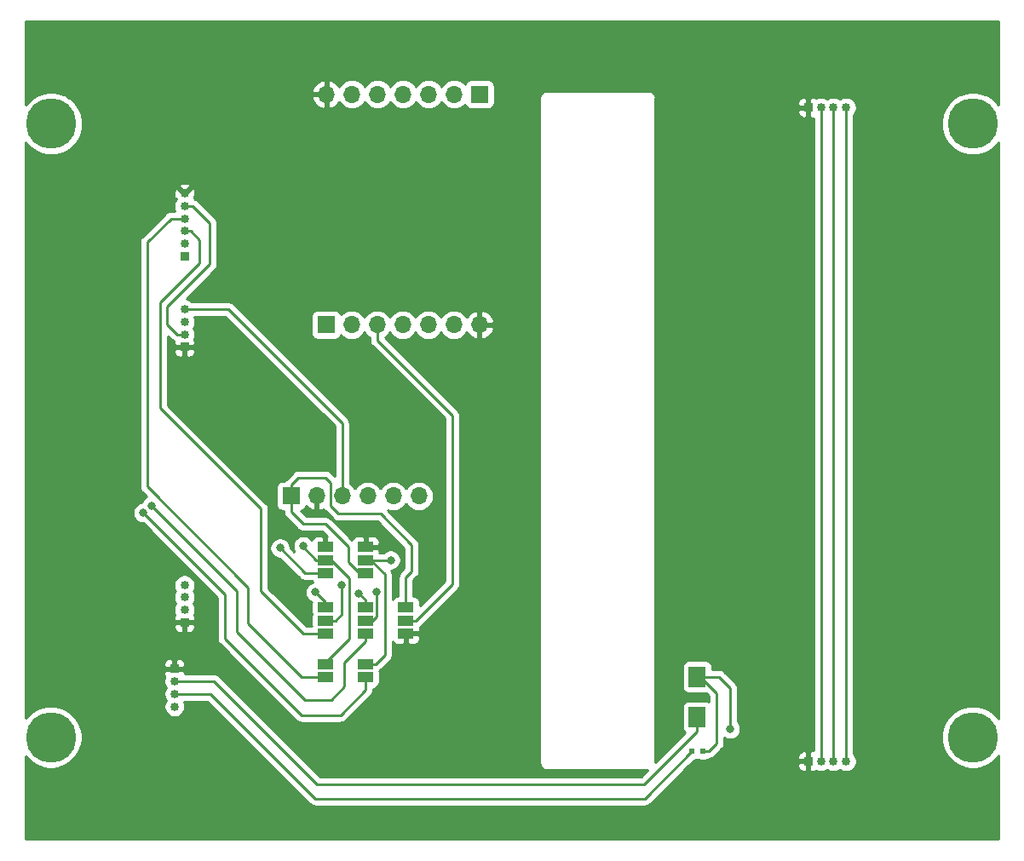
<source format=gbr>
G04 #@! TF.GenerationSoftware,KiCad,Pcbnew,(5.1.2)-2*
G04 #@! TF.CreationDate,2021-05-04T12:01:07-04:00*
G04 #@! TF.ProjectId,Magnetometer_A,4d61676e-6574-46f6-9d65-7465725f412e,rev?*
G04 #@! TF.SameCoordinates,Original*
G04 #@! TF.FileFunction,Copper,L1,Top*
G04 #@! TF.FilePolarity,Positive*
%FSLAX46Y46*%
G04 Gerber Fmt 4.6, Leading zero omitted, Abs format (unit mm)*
G04 Created by KiCad (PCBNEW (5.1.2)-2) date 2021-05-04 12:01:07*
%MOMM*%
%LPD*%
G04 APERTURE LIST*
%ADD10C,5.000000*%
%ADD11R,0.600000X0.500000*%
%ADD12R,0.850000X0.850000*%
%ADD13C,0.850000*%
%ADD14R,1.500000X1.000000*%
%ADD15O,1.700000X1.700000*%
%ADD16R,1.700000X1.700000*%
%ADD17R,1.700000X2.000000*%
%ADD18C,0.800000*%
%ADD19C,0.250000*%
%ADD20C,0.254000*%
G04 APERTURE END LIST*
D10*
X42210000Y-105110000D03*
X42260000Y-44110000D03*
X133860000Y-105110000D03*
X133860000Y-44110000D03*
D11*
X107050000Y-106500000D03*
X105950000Y-106500000D03*
D12*
X117500000Y-107500000D03*
D13*
X118750000Y-107500000D03*
X120000000Y-107500000D03*
X121250000Y-107500000D03*
D12*
X117500000Y-42500000D03*
D13*
X118750000Y-42500000D03*
X120000000Y-42500000D03*
X121250000Y-42500000D03*
X55500000Y-89950000D03*
X55500000Y-91200000D03*
X55500000Y-92450000D03*
D12*
X55500000Y-93700000D03*
D14*
X73500000Y-97850000D03*
X73500000Y-99150000D03*
X73500000Y-88800000D03*
X73500000Y-87500000D03*
X73500000Y-86200000D03*
X69500000Y-92200000D03*
X69500000Y-93500000D03*
X69500000Y-94800000D03*
X73500000Y-94800000D03*
X73500000Y-93500000D03*
X73500000Y-92200000D03*
X69500000Y-97850000D03*
X69500000Y-99150000D03*
D15*
X69600000Y-41190000D03*
X72140000Y-41190000D03*
X74680000Y-41190000D03*
X77220000Y-41190000D03*
X79760000Y-41190000D03*
X82300000Y-41190000D03*
D16*
X84840000Y-41190000D03*
D14*
X69500000Y-88800000D03*
X69500000Y-87500000D03*
X69500000Y-86200000D03*
D15*
X84820000Y-64100000D03*
X82280000Y-64100000D03*
X79740000Y-64100000D03*
X77200000Y-64100000D03*
X74660000Y-64100000D03*
X72120000Y-64100000D03*
D16*
X69580000Y-64100000D03*
D14*
X77500000Y-94800000D03*
X77500000Y-93500000D03*
X77500000Y-92200000D03*
D12*
X55500000Y-57300000D03*
D13*
X55500000Y-56050000D03*
X55500000Y-54800000D03*
X55500000Y-53550000D03*
X55500000Y-52300000D03*
X55500000Y-51050000D03*
D15*
X78790000Y-81130000D03*
X76250000Y-81130000D03*
X73710000Y-81130000D03*
X71170000Y-81130000D03*
X68630000Y-81130000D03*
D16*
X66090000Y-81130000D03*
D13*
X55500000Y-62550000D03*
X55500000Y-63800000D03*
X55500000Y-65050000D03*
D12*
X55500000Y-66300000D03*
D17*
X106450000Y-103100000D03*
X106450000Y-99100000D03*
D12*
X54500000Y-98300000D03*
D13*
X54500000Y-99550000D03*
X54500000Y-100800000D03*
X54500000Y-102050000D03*
D18*
X109750000Y-104300000D03*
X65000000Y-86300000D03*
X72799996Y-90800000D03*
X68500000Y-90700000D03*
X51400000Y-82800000D03*
X52200000Y-82100000D03*
X76000000Y-87500000D03*
X71100000Y-90000000D03*
X74599998Y-90700000D03*
X67300000Y-86100000D03*
D19*
X109700000Y-104250000D02*
X109750000Y-104300000D01*
X109700000Y-100200000D02*
X109700000Y-104250000D01*
X106450000Y-99100000D02*
X108600000Y-99100000D01*
X108600000Y-99100000D02*
X109700000Y-100200000D01*
X106800000Y-99100000D02*
X106450000Y-99100000D01*
X108400000Y-100700000D02*
X106800000Y-99100000D01*
X108400000Y-105700000D02*
X108400000Y-105300000D01*
X107600000Y-106500000D02*
X108400000Y-105700000D01*
X107050000Y-106500000D02*
X107600000Y-106500000D01*
X108400000Y-105500000D02*
X108400000Y-105300000D01*
X108400000Y-105300000D02*
X108400000Y-100700000D01*
X66090000Y-82230000D02*
X66090000Y-81130000D01*
X66090000Y-81130000D02*
X66090000Y-81310000D01*
X67500000Y-88800000D02*
X69500000Y-88800000D01*
X65000000Y-86300000D02*
X67500000Y-88800000D01*
X56300000Y-52300000D02*
X55500000Y-52300000D01*
X54750000Y-65050000D02*
X53800000Y-64100000D01*
X53800000Y-64100000D02*
X53800000Y-62300000D01*
X53800000Y-62300000D02*
X58000000Y-58100000D01*
X55500000Y-65050000D02*
X54750000Y-65050000D01*
X58000000Y-58100000D02*
X58000000Y-54000000D01*
X58000000Y-54000000D02*
X56300000Y-52300000D01*
X118750000Y-42500000D02*
X118750000Y-107500000D01*
X106450000Y-104550000D02*
X106450000Y-103100000D01*
X101200000Y-109800000D02*
X106450000Y-104550000D01*
X68700000Y-109800000D02*
X101200000Y-109800000D01*
X54500000Y-99550000D02*
X58450000Y-99550000D01*
X58450000Y-99550000D02*
X68700000Y-109800000D01*
X66090000Y-81690000D02*
X66090000Y-82230000D01*
X66090000Y-80030000D02*
X66090000Y-81130000D01*
X69994999Y-79794999D02*
X69500000Y-79300000D01*
X66820000Y-79300000D02*
X66090000Y-80030000D01*
X69994999Y-82094999D02*
X69994999Y-79794999D01*
X77500000Y-89200000D02*
X78100000Y-88600000D01*
X77500000Y-92200000D02*
X77500000Y-89200000D01*
X69500000Y-79300000D02*
X66820000Y-79300000D01*
X78100000Y-88600000D02*
X78100000Y-86000000D01*
X78100000Y-86000000D02*
X75000000Y-82900000D01*
X75000000Y-82900000D02*
X70800000Y-82900000D01*
X70800000Y-82900000D02*
X69994999Y-82094999D01*
X72900000Y-88800000D02*
X73500000Y-88800000D01*
X66090000Y-82690000D02*
X67300000Y-83900000D01*
X66090000Y-82230000D02*
X66090000Y-82690000D01*
X67300000Y-83900000D02*
X69500000Y-83900000D01*
X69500000Y-83900000D02*
X71800000Y-86200000D01*
X71800000Y-86200000D02*
X71800000Y-87700000D01*
X71800000Y-87700000D02*
X72900000Y-88800000D01*
X101250000Y-111200000D02*
X105950000Y-106500000D01*
X68500000Y-111200000D02*
X101250000Y-111200000D01*
X54500000Y-100800000D02*
X58100000Y-100800000D01*
X58100000Y-100800000D02*
X68500000Y-111200000D01*
X67300000Y-94800000D02*
X69500000Y-94800000D01*
X63100000Y-90600000D02*
X67300000Y-94800000D01*
X63100000Y-82400000D02*
X63100000Y-90600000D01*
X56101040Y-54800000D02*
X57000000Y-55698960D01*
X55500000Y-54800000D02*
X56101040Y-54800000D01*
X57000000Y-55698960D02*
X57000000Y-58000000D01*
X57000000Y-58000000D02*
X53100000Y-61900000D01*
X53100000Y-61900000D02*
X53100000Y-72400000D01*
X53100000Y-72400000D02*
X63100000Y-82400000D01*
X73500000Y-92200000D02*
X73500000Y-91450000D01*
X73500000Y-91450000D02*
X72850000Y-90800000D01*
X72850000Y-90800000D02*
X72799996Y-90800000D01*
X121250000Y-107500000D02*
X121250000Y-42500000D01*
X120000000Y-107360002D02*
X120000000Y-107500000D01*
X120000000Y-42500000D02*
X120000000Y-107360002D01*
X69500000Y-92200000D02*
X69500000Y-91700000D01*
X69500000Y-91700000D02*
X68500000Y-90700000D01*
X71170000Y-77870000D02*
X71170000Y-81130000D01*
X71170000Y-73870000D02*
X71170000Y-77870000D01*
X55500000Y-62550000D02*
X59850000Y-62550000D01*
X59850000Y-62550000D02*
X71170000Y-73870000D01*
X73500000Y-99150000D02*
X73500000Y-99500000D01*
X73500000Y-100400000D02*
X73500000Y-99150000D01*
X71000000Y-102900000D02*
X73500000Y-100400000D01*
X67100000Y-102900000D02*
X71000000Y-102900000D01*
X59500000Y-95300000D02*
X67100000Y-102900000D01*
X51400000Y-82800000D02*
X59500000Y-90900000D01*
X59500000Y-90900000D02*
X59500000Y-95300000D01*
X73500000Y-95550000D02*
X73500000Y-94800000D01*
X60700000Y-90600000D02*
X60700000Y-94600000D01*
X71400000Y-97650000D02*
X73500000Y-95550000D01*
X60700000Y-94600000D02*
X67500000Y-101400000D01*
X67500000Y-101400000D02*
X70100000Y-101400000D01*
X70100000Y-101400000D02*
X71400000Y-100100000D01*
X52200000Y-82100000D02*
X60700000Y-90600000D01*
X71400000Y-100100000D02*
X71400000Y-97650000D01*
X54150000Y-53550000D02*
X55500000Y-53550000D01*
X67150000Y-99150000D02*
X61800000Y-93800000D01*
X69500000Y-99150000D02*
X67150000Y-99150000D01*
X61800000Y-93800000D02*
X61800000Y-90200000D01*
X61800000Y-90200000D02*
X51800000Y-80200000D01*
X51800000Y-80200000D02*
X51800000Y-55900000D01*
X51800000Y-55900000D02*
X54150000Y-53550000D01*
X73500000Y-87500000D02*
X76000000Y-87500000D01*
X74000000Y-87500000D02*
X73500000Y-87500000D01*
X75400000Y-88900000D02*
X74000000Y-87500000D01*
X75400000Y-96950000D02*
X75400000Y-88900000D01*
X73500000Y-97850000D02*
X74500000Y-97850000D01*
X74500000Y-97850000D02*
X75400000Y-96950000D01*
X71100000Y-92900000D02*
X71100000Y-90000000D01*
X69500000Y-93500000D02*
X70500000Y-93500000D01*
X70500000Y-93500000D02*
X71100000Y-92900000D01*
X74599998Y-93100002D02*
X74599998Y-91265685D01*
X74200000Y-93500000D02*
X74599998Y-93100002D01*
X74599998Y-91265685D02*
X74599998Y-90700000D01*
X69000000Y-87500000D02*
X69500000Y-87500000D01*
X68600000Y-87500000D02*
X69000000Y-87500000D01*
X67300000Y-86100000D02*
X67300000Y-86200000D01*
X67300000Y-86200000D02*
X68600000Y-87500000D01*
X69500000Y-97700000D02*
X69500000Y-97850000D01*
X71900000Y-95300000D02*
X69500000Y-97700000D01*
X71900000Y-89300000D02*
X71900000Y-95300000D01*
X69500000Y-87500000D02*
X70100000Y-87500000D01*
X70100000Y-87500000D02*
X71900000Y-89300000D01*
X78500000Y-93500000D02*
X82100000Y-89900000D01*
X77500000Y-93500000D02*
X78500000Y-93500000D01*
X82100000Y-89900000D02*
X82100000Y-73100000D01*
X74660000Y-65660000D02*
X74660000Y-64100000D01*
X82100000Y-73100000D02*
X74660000Y-65660000D01*
D20*
G36*
X136400000Y-42268527D02*
G01*
X136295114Y-42111554D01*
X135858446Y-41674886D01*
X135344979Y-41331799D01*
X134774446Y-41095476D01*
X134168771Y-40975000D01*
X133551229Y-40975000D01*
X132945554Y-41095476D01*
X132375021Y-41331799D01*
X131861554Y-41674886D01*
X131424886Y-42111554D01*
X131081799Y-42625021D01*
X130845476Y-43195554D01*
X130725000Y-43801229D01*
X130725000Y-44418771D01*
X130845476Y-45024446D01*
X131081799Y-45594979D01*
X131424886Y-46108446D01*
X131861554Y-46545114D01*
X132375021Y-46888201D01*
X132945554Y-47124524D01*
X133551229Y-47245000D01*
X134168771Y-47245000D01*
X134774446Y-47124524D01*
X135344979Y-46888201D01*
X135858446Y-46545114D01*
X136295114Y-46108446D01*
X136400000Y-45951472D01*
X136400001Y-103268529D01*
X136295114Y-103111554D01*
X135858446Y-102674886D01*
X135344979Y-102331799D01*
X134774446Y-102095476D01*
X134168771Y-101975000D01*
X133551229Y-101975000D01*
X132945554Y-102095476D01*
X132375021Y-102331799D01*
X131861554Y-102674886D01*
X131424886Y-103111554D01*
X131081799Y-103625021D01*
X130845476Y-104195554D01*
X130725000Y-104801229D01*
X130725000Y-105418771D01*
X130845476Y-106024446D01*
X131081799Y-106594979D01*
X131424886Y-107108446D01*
X131861554Y-107545114D01*
X132375021Y-107888201D01*
X132945554Y-108124524D01*
X133551229Y-108245000D01*
X134168771Y-108245000D01*
X134774446Y-108124524D01*
X135344979Y-107888201D01*
X135858446Y-107545114D01*
X136295114Y-107108446D01*
X136400001Y-106951471D01*
X136400001Y-115250000D01*
X39720000Y-115250000D01*
X39720000Y-107026303D01*
X39774886Y-107108446D01*
X40211554Y-107545114D01*
X40725021Y-107888201D01*
X41295554Y-108124524D01*
X41901229Y-108245000D01*
X42518771Y-108245000D01*
X43124446Y-108124524D01*
X43694979Y-107888201D01*
X44208446Y-107545114D01*
X44645114Y-107108446D01*
X44988201Y-106594979D01*
X45224524Y-106024446D01*
X45345000Y-105418771D01*
X45345000Y-104801229D01*
X45224524Y-104195554D01*
X44988201Y-103625021D01*
X44645114Y-103111554D01*
X44208446Y-102674886D01*
X43694979Y-102331799D01*
X43124446Y-102095476D01*
X42518771Y-101975000D01*
X41901229Y-101975000D01*
X41295554Y-102095476D01*
X40725021Y-102331799D01*
X40211554Y-102674886D01*
X39774886Y-103111554D01*
X39720000Y-103193697D01*
X39720000Y-98725000D01*
X53436928Y-98725000D01*
X53449188Y-98849482D01*
X53485498Y-98969180D01*
X53544463Y-99079494D01*
X53546517Y-99081997D01*
X53480735Y-99240809D01*
X53440000Y-99445599D01*
X53440000Y-99654401D01*
X53480735Y-99859191D01*
X53560640Y-100052098D01*
X53642760Y-100175000D01*
X53560640Y-100297902D01*
X53480735Y-100490809D01*
X53440000Y-100695599D01*
X53440000Y-100904401D01*
X53480735Y-101109191D01*
X53560640Y-101302098D01*
X53642760Y-101425000D01*
X53560640Y-101547902D01*
X53480735Y-101740809D01*
X53440000Y-101945599D01*
X53440000Y-102154401D01*
X53480735Y-102359191D01*
X53560640Y-102552098D01*
X53676644Y-102725711D01*
X53824289Y-102873356D01*
X53997902Y-102989360D01*
X54190809Y-103069265D01*
X54395599Y-103110000D01*
X54604401Y-103110000D01*
X54809191Y-103069265D01*
X55002098Y-102989360D01*
X55175711Y-102873356D01*
X55323356Y-102725711D01*
X55439360Y-102552098D01*
X55519265Y-102359191D01*
X55560000Y-102154401D01*
X55560000Y-101945599D01*
X55519265Y-101740809D01*
X55444371Y-101560000D01*
X57785199Y-101560000D01*
X67936201Y-111711003D01*
X67959999Y-111740001D01*
X67988997Y-111763799D01*
X68075723Y-111834974D01*
X68207753Y-111905546D01*
X68351014Y-111949003D01*
X68462667Y-111960000D01*
X68462676Y-111960000D01*
X68499999Y-111963676D01*
X68537322Y-111960000D01*
X101212678Y-111960000D01*
X101250000Y-111963676D01*
X101287322Y-111960000D01*
X101287333Y-111960000D01*
X101398986Y-111949003D01*
X101542247Y-111905546D01*
X101674276Y-111834974D01*
X101790001Y-111740001D01*
X101813804Y-111710997D01*
X105599801Y-107925000D01*
X116436928Y-107925000D01*
X116449188Y-108049482D01*
X116485498Y-108169180D01*
X116544463Y-108279494D01*
X116623815Y-108376185D01*
X116720506Y-108455537D01*
X116830820Y-108514502D01*
X116950518Y-108550812D01*
X117075000Y-108563072D01*
X117214250Y-108560000D01*
X117373000Y-108401250D01*
X117373000Y-107627000D01*
X116598750Y-107627000D01*
X116440000Y-107785750D01*
X116436928Y-107925000D01*
X105599801Y-107925000D01*
X106136730Y-107388072D01*
X106250000Y-107388072D01*
X106374482Y-107375812D01*
X106494180Y-107339502D01*
X106500000Y-107336391D01*
X106505820Y-107339502D01*
X106625518Y-107375812D01*
X106750000Y-107388072D01*
X107350000Y-107388072D01*
X107474482Y-107375812D01*
X107594180Y-107339502D01*
X107704494Y-107280537D01*
X107742091Y-107249682D01*
X107748986Y-107249003D01*
X107892247Y-107205546D01*
X108024276Y-107134974D01*
X108097354Y-107075000D01*
X116436928Y-107075000D01*
X116440000Y-107214250D01*
X116598750Y-107373000D01*
X117373000Y-107373000D01*
X117373000Y-106598750D01*
X117214250Y-106440000D01*
X117075000Y-106436928D01*
X116950518Y-106449188D01*
X116830820Y-106485498D01*
X116720506Y-106544463D01*
X116623815Y-106623815D01*
X116544463Y-106720506D01*
X116485498Y-106830820D01*
X116449188Y-106950518D01*
X116436928Y-107075000D01*
X108097354Y-107075000D01*
X108140001Y-107040001D01*
X108163803Y-107010998D01*
X108911004Y-106263798D01*
X108940001Y-106240001D01*
X109034974Y-106124276D01*
X109105546Y-105992247D01*
X109149003Y-105848986D01*
X109160000Y-105737333D01*
X109160000Y-105737323D01*
X109163676Y-105700000D01*
X109160000Y-105662677D01*
X109160000Y-105150558D01*
X109259744Y-105217205D01*
X109448102Y-105295226D01*
X109648061Y-105335000D01*
X109851939Y-105335000D01*
X110051898Y-105295226D01*
X110240256Y-105217205D01*
X110409774Y-105103937D01*
X110553937Y-104959774D01*
X110667205Y-104790256D01*
X110745226Y-104601898D01*
X110785000Y-104401939D01*
X110785000Y-104198061D01*
X110745226Y-103998102D01*
X110667205Y-103809744D01*
X110553937Y-103640226D01*
X110460000Y-103546289D01*
X110460000Y-100237323D01*
X110463676Y-100200000D01*
X110460000Y-100162677D01*
X110460000Y-100162667D01*
X110449003Y-100051014D01*
X110405546Y-99907753D01*
X110379589Y-99859191D01*
X110334974Y-99775723D01*
X110263799Y-99688997D01*
X110240001Y-99659999D01*
X110211004Y-99636202D01*
X109163804Y-98589002D01*
X109140001Y-98559999D01*
X109024276Y-98465026D01*
X108892247Y-98394454D01*
X108748986Y-98350997D01*
X108637333Y-98340000D01*
X108637322Y-98340000D01*
X108600000Y-98336324D01*
X108562678Y-98340000D01*
X107938072Y-98340000D01*
X107938072Y-98100000D01*
X107925812Y-97975518D01*
X107889502Y-97855820D01*
X107830537Y-97745506D01*
X107751185Y-97648815D01*
X107654494Y-97569463D01*
X107544180Y-97510498D01*
X107424482Y-97474188D01*
X107300000Y-97461928D01*
X105600000Y-97461928D01*
X105475518Y-97474188D01*
X105355820Y-97510498D01*
X105245506Y-97569463D01*
X105148815Y-97648815D01*
X105069463Y-97745506D01*
X105010498Y-97855820D01*
X104974188Y-97975518D01*
X104961928Y-98100000D01*
X104961928Y-100100000D01*
X104974188Y-100224482D01*
X105010498Y-100344180D01*
X105069463Y-100454494D01*
X105148815Y-100551185D01*
X105245506Y-100630537D01*
X105355820Y-100689502D01*
X105475518Y-100725812D01*
X105600000Y-100738072D01*
X107300000Y-100738072D01*
X107357598Y-100732399D01*
X107640001Y-101014803D01*
X107640001Y-101561716D01*
X107544180Y-101510498D01*
X107424482Y-101474188D01*
X107300000Y-101461928D01*
X105600000Y-101461928D01*
X105475518Y-101474188D01*
X105355820Y-101510498D01*
X105245506Y-101569463D01*
X105148815Y-101648815D01*
X105069463Y-101745506D01*
X105010498Y-101855820D01*
X104974188Y-101975518D01*
X104961928Y-102100000D01*
X104961928Y-104100000D01*
X104974188Y-104224482D01*
X105010498Y-104344180D01*
X105069463Y-104454494D01*
X105148815Y-104551185D01*
X105245506Y-104630537D01*
X105277539Y-104647659D01*
X102320000Y-107605199D01*
X102320000Y-42925000D01*
X116436928Y-42925000D01*
X116449188Y-43049482D01*
X116485498Y-43169180D01*
X116544463Y-43279494D01*
X116623815Y-43376185D01*
X116720506Y-43455537D01*
X116830820Y-43514502D01*
X116950518Y-43550812D01*
X117075000Y-43563072D01*
X117214250Y-43560000D01*
X117373000Y-43401250D01*
X117373000Y-42627000D01*
X116598750Y-42627000D01*
X116440000Y-42785750D01*
X116436928Y-42925000D01*
X102320000Y-42925000D01*
X102320000Y-42075000D01*
X116436928Y-42075000D01*
X116440000Y-42214250D01*
X116598750Y-42373000D01*
X117373000Y-42373000D01*
X117373000Y-41598750D01*
X117627000Y-41598750D01*
X117627000Y-42373000D01*
X117647000Y-42373000D01*
X117647000Y-42627000D01*
X117627000Y-42627000D01*
X117627000Y-43401250D01*
X117785750Y-43560000D01*
X117925000Y-43563072D01*
X117990000Y-43556670D01*
X117990001Y-106443330D01*
X117925000Y-106436928D01*
X117785750Y-106440000D01*
X117627000Y-106598750D01*
X117627000Y-107373000D01*
X117647000Y-107373000D01*
X117647000Y-107627000D01*
X117627000Y-107627000D01*
X117627000Y-108401250D01*
X117785750Y-108560000D01*
X117925000Y-108563072D01*
X118049482Y-108550812D01*
X118169180Y-108514502D01*
X118279494Y-108455537D01*
X118281997Y-108453483D01*
X118440809Y-108519265D01*
X118645599Y-108560000D01*
X118854401Y-108560000D01*
X119059191Y-108519265D01*
X119252098Y-108439360D01*
X119375000Y-108357240D01*
X119497902Y-108439360D01*
X119690809Y-108519265D01*
X119895599Y-108560000D01*
X120104401Y-108560000D01*
X120309191Y-108519265D01*
X120502098Y-108439360D01*
X120625000Y-108357240D01*
X120747902Y-108439360D01*
X120940809Y-108519265D01*
X121145599Y-108560000D01*
X121354401Y-108560000D01*
X121559191Y-108519265D01*
X121752098Y-108439360D01*
X121925711Y-108323356D01*
X122073356Y-108175711D01*
X122189360Y-108002098D01*
X122269265Y-107809191D01*
X122310000Y-107604401D01*
X122310000Y-107395599D01*
X122269265Y-107190809D01*
X122189360Y-106997902D01*
X122073356Y-106824289D01*
X122010000Y-106760933D01*
X122010000Y-43239067D01*
X122073356Y-43175711D01*
X122189360Y-43002098D01*
X122269265Y-42809191D01*
X122310000Y-42604401D01*
X122310000Y-42395599D01*
X122269265Y-42190809D01*
X122189360Y-41997902D01*
X122073356Y-41824289D01*
X121925711Y-41676644D01*
X121752098Y-41560640D01*
X121559191Y-41480735D01*
X121354401Y-41440000D01*
X121145599Y-41440000D01*
X120940809Y-41480735D01*
X120747902Y-41560640D01*
X120625000Y-41642760D01*
X120502098Y-41560640D01*
X120309191Y-41480735D01*
X120104401Y-41440000D01*
X119895599Y-41440000D01*
X119690809Y-41480735D01*
X119497902Y-41560640D01*
X119375000Y-41642760D01*
X119252098Y-41560640D01*
X119059191Y-41480735D01*
X118854401Y-41440000D01*
X118645599Y-41440000D01*
X118440809Y-41480735D01*
X118281997Y-41546517D01*
X118279494Y-41544463D01*
X118169180Y-41485498D01*
X118049482Y-41449188D01*
X117925000Y-41436928D01*
X117785750Y-41440000D01*
X117627000Y-41598750D01*
X117373000Y-41598750D01*
X117214250Y-41440000D01*
X117075000Y-41436928D01*
X116950518Y-41449188D01*
X116830820Y-41485498D01*
X116720506Y-41544463D01*
X116623815Y-41623815D01*
X116544463Y-41720506D01*
X116485498Y-41830820D01*
X116449188Y-41950518D01*
X116436928Y-42075000D01*
X102320000Y-42075000D01*
X102320000Y-41542419D01*
X102323193Y-41510000D01*
X102310450Y-41380617D01*
X102272710Y-41256207D01*
X102211425Y-41141550D01*
X102128948Y-41041052D01*
X102028450Y-40958575D01*
X101913793Y-40897290D01*
X101789383Y-40859550D01*
X101692419Y-40850000D01*
X101660000Y-40846807D01*
X101627581Y-40850000D01*
X91492419Y-40850000D01*
X91460000Y-40846807D01*
X91427581Y-40850000D01*
X91330617Y-40859550D01*
X91206207Y-40897290D01*
X91091550Y-40958575D01*
X90991052Y-41041052D01*
X90908575Y-41141550D01*
X90847290Y-41256207D01*
X90809550Y-41380617D01*
X90796807Y-41510000D01*
X90800001Y-41542430D01*
X90800000Y-107677581D01*
X90796807Y-107710000D01*
X90809550Y-107839383D01*
X90847290Y-107963793D01*
X90908575Y-108078450D01*
X90983036Y-108169180D01*
X90991052Y-108178948D01*
X91091550Y-108261425D01*
X91206207Y-108322710D01*
X91330617Y-108360450D01*
X91460000Y-108373193D01*
X91492419Y-108370000D01*
X101555199Y-108370000D01*
X100885199Y-109040000D01*
X69014802Y-109040000D01*
X59013804Y-99039003D01*
X58990001Y-99009999D01*
X58874276Y-98915026D01*
X58742247Y-98844454D01*
X58598986Y-98800997D01*
X58487333Y-98790000D01*
X58487322Y-98790000D01*
X58450000Y-98786324D01*
X58412678Y-98790000D01*
X55556670Y-98790000D01*
X55563072Y-98725000D01*
X55560000Y-98585750D01*
X55401250Y-98427000D01*
X54627000Y-98427000D01*
X54627000Y-98447000D01*
X54373000Y-98447000D01*
X54373000Y-98427000D01*
X53598750Y-98427000D01*
X53440000Y-98585750D01*
X53436928Y-98725000D01*
X39720000Y-98725000D01*
X39720000Y-97875000D01*
X53436928Y-97875000D01*
X53440000Y-98014250D01*
X53598750Y-98173000D01*
X54373000Y-98173000D01*
X54373000Y-97398750D01*
X54627000Y-97398750D01*
X54627000Y-98173000D01*
X55401250Y-98173000D01*
X55560000Y-98014250D01*
X55563072Y-97875000D01*
X55550812Y-97750518D01*
X55514502Y-97630820D01*
X55455537Y-97520506D01*
X55376185Y-97423815D01*
X55279494Y-97344463D01*
X55169180Y-97285498D01*
X55049482Y-97249188D01*
X54925000Y-97236928D01*
X54785750Y-97240000D01*
X54627000Y-97398750D01*
X54373000Y-97398750D01*
X54214250Y-97240000D01*
X54075000Y-97236928D01*
X53950518Y-97249188D01*
X53830820Y-97285498D01*
X53720506Y-97344463D01*
X53623815Y-97423815D01*
X53544463Y-97520506D01*
X53485498Y-97630820D01*
X53449188Y-97750518D01*
X53436928Y-97875000D01*
X39720000Y-97875000D01*
X39720000Y-94125000D01*
X54436928Y-94125000D01*
X54449188Y-94249482D01*
X54485498Y-94369180D01*
X54544463Y-94479494D01*
X54623815Y-94576185D01*
X54720506Y-94655537D01*
X54830820Y-94714502D01*
X54950518Y-94750812D01*
X55075000Y-94763072D01*
X55214250Y-94760000D01*
X55373000Y-94601250D01*
X55373000Y-93827000D01*
X55627000Y-93827000D01*
X55627000Y-94601250D01*
X55785750Y-94760000D01*
X55925000Y-94763072D01*
X56049482Y-94750812D01*
X56169180Y-94714502D01*
X56279494Y-94655537D01*
X56376185Y-94576185D01*
X56455537Y-94479494D01*
X56514502Y-94369180D01*
X56550812Y-94249482D01*
X56563072Y-94125000D01*
X56560000Y-93985750D01*
X56401250Y-93827000D01*
X55627000Y-93827000D01*
X55373000Y-93827000D01*
X54598750Y-93827000D01*
X54440000Y-93985750D01*
X54436928Y-94125000D01*
X39720000Y-94125000D01*
X39720000Y-93275000D01*
X54436928Y-93275000D01*
X54440000Y-93414250D01*
X54598750Y-93573000D01*
X55373000Y-93573000D01*
X55373000Y-93553000D01*
X55627000Y-93553000D01*
X55627000Y-93573000D01*
X56401250Y-93573000D01*
X56560000Y-93414250D01*
X56563072Y-93275000D01*
X56550812Y-93150518D01*
X56514502Y-93030820D01*
X56455537Y-92920506D01*
X56453483Y-92918003D01*
X56519265Y-92759191D01*
X56560000Y-92554401D01*
X56560000Y-92345599D01*
X56519265Y-92140809D01*
X56439360Y-91947902D01*
X56357240Y-91825000D01*
X56439360Y-91702098D01*
X56519265Y-91509191D01*
X56560000Y-91304401D01*
X56560000Y-91095599D01*
X56519265Y-90890809D01*
X56439360Y-90697902D01*
X56357240Y-90575000D01*
X56439360Y-90452098D01*
X56519265Y-90259191D01*
X56560000Y-90054401D01*
X56560000Y-89845599D01*
X56519265Y-89640809D01*
X56439360Y-89447902D01*
X56323356Y-89274289D01*
X56175711Y-89126644D01*
X56002098Y-89010640D01*
X55809191Y-88930735D01*
X55604401Y-88890000D01*
X55395599Y-88890000D01*
X55190809Y-88930735D01*
X54997902Y-89010640D01*
X54824289Y-89126644D01*
X54676644Y-89274289D01*
X54560640Y-89447902D01*
X54480735Y-89640809D01*
X54440000Y-89845599D01*
X54440000Y-90054401D01*
X54480735Y-90259191D01*
X54560640Y-90452098D01*
X54642760Y-90575000D01*
X54560640Y-90697902D01*
X54480735Y-90890809D01*
X54440000Y-91095599D01*
X54440000Y-91304401D01*
X54480735Y-91509191D01*
X54560640Y-91702098D01*
X54642760Y-91825000D01*
X54560640Y-91947902D01*
X54480735Y-92140809D01*
X54440000Y-92345599D01*
X54440000Y-92554401D01*
X54480735Y-92759191D01*
X54546517Y-92918003D01*
X54544463Y-92920506D01*
X54485498Y-93030820D01*
X54449188Y-93150518D01*
X54436928Y-93275000D01*
X39720000Y-93275000D01*
X39720000Y-82698061D01*
X50365000Y-82698061D01*
X50365000Y-82901939D01*
X50404774Y-83101898D01*
X50482795Y-83290256D01*
X50596063Y-83459774D01*
X50740226Y-83603937D01*
X50909744Y-83717205D01*
X51098102Y-83795226D01*
X51298061Y-83835000D01*
X51360199Y-83835000D01*
X58740000Y-91214802D01*
X58740001Y-95262668D01*
X58736324Y-95300000D01*
X58750998Y-95448985D01*
X58794454Y-95592246D01*
X58865026Y-95724276D01*
X58936201Y-95811002D01*
X58960000Y-95840001D01*
X58988998Y-95863799D01*
X66536201Y-103411003D01*
X66559999Y-103440001D01*
X66588997Y-103463799D01*
X66675723Y-103534974D01*
X66807753Y-103605546D01*
X66951014Y-103649003D01*
X67062667Y-103660000D01*
X67062676Y-103660000D01*
X67099999Y-103663676D01*
X67137322Y-103660000D01*
X70962678Y-103660000D01*
X71000000Y-103663676D01*
X71037322Y-103660000D01*
X71037333Y-103660000D01*
X71148986Y-103649003D01*
X71292247Y-103605546D01*
X71424276Y-103534974D01*
X71540001Y-103440001D01*
X71563804Y-103410997D01*
X74011004Y-100963798D01*
X74040001Y-100940001D01*
X74081859Y-100888997D01*
X74134974Y-100824277D01*
X74205546Y-100692247D01*
X74218053Y-100651015D01*
X74249003Y-100548986D01*
X74260000Y-100437333D01*
X74260000Y-100437323D01*
X74263676Y-100400000D01*
X74260000Y-100362677D01*
X74260000Y-100287087D01*
X74374482Y-100275812D01*
X74494180Y-100239502D01*
X74604494Y-100180537D01*
X74701185Y-100101185D01*
X74780537Y-100004494D01*
X74839502Y-99894180D01*
X74875812Y-99774482D01*
X74888072Y-99650000D01*
X74888072Y-98650000D01*
X74875812Y-98525518D01*
X74871991Y-98512921D01*
X74924276Y-98484974D01*
X75040001Y-98390001D01*
X75063803Y-98360998D01*
X75911004Y-97513798D01*
X75940001Y-97490001D01*
X76034974Y-97374276D01*
X76105546Y-97242247D01*
X76149003Y-97098986D01*
X76160000Y-96987333D01*
X76160000Y-96987324D01*
X76163676Y-96950001D01*
X76160000Y-96912678D01*
X76160000Y-95542538D01*
X76160498Y-95544180D01*
X76219463Y-95654494D01*
X76298815Y-95751185D01*
X76395506Y-95830537D01*
X76505820Y-95889502D01*
X76625518Y-95925812D01*
X76750000Y-95938072D01*
X77214250Y-95935000D01*
X77373000Y-95776250D01*
X77373000Y-94927000D01*
X77627000Y-94927000D01*
X77627000Y-95776250D01*
X77785750Y-95935000D01*
X78250000Y-95938072D01*
X78374482Y-95925812D01*
X78494180Y-95889502D01*
X78604494Y-95830537D01*
X78701185Y-95751185D01*
X78780537Y-95654494D01*
X78839502Y-95544180D01*
X78875812Y-95424482D01*
X78888072Y-95300000D01*
X78885000Y-95085750D01*
X78726250Y-94927000D01*
X77627000Y-94927000D01*
X77373000Y-94927000D01*
X77353000Y-94927000D01*
X77353000Y-94673000D01*
X77373000Y-94673000D01*
X77373000Y-94653000D01*
X77627000Y-94653000D01*
X77627000Y-94673000D01*
X78726250Y-94673000D01*
X78885000Y-94514250D01*
X78888072Y-94300000D01*
X78875812Y-94175518D01*
X78871991Y-94162921D01*
X78924276Y-94134974D01*
X79040001Y-94040001D01*
X79063804Y-94010997D01*
X82611004Y-90463798D01*
X82640001Y-90440001D01*
X82734974Y-90324276D01*
X82805546Y-90192247D01*
X82849003Y-90048986D01*
X82860000Y-89937333D01*
X82860000Y-89937323D01*
X82863676Y-89900000D01*
X82860000Y-89862677D01*
X82860000Y-73137323D01*
X82863676Y-73100000D01*
X82860000Y-73062677D01*
X82860000Y-73062667D01*
X82849003Y-72951014D01*
X82805546Y-72807753D01*
X82743806Y-72692247D01*
X82734974Y-72675723D01*
X82663799Y-72588997D01*
X82640001Y-72559999D01*
X82611003Y-72536201D01*
X75441111Y-65366310D01*
X75489014Y-65340706D01*
X75715134Y-65155134D01*
X75900706Y-64929014D01*
X75930000Y-64874209D01*
X75959294Y-64929014D01*
X76144866Y-65155134D01*
X76370986Y-65340706D01*
X76628966Y-65478599D01*
X76908889Y-65563513D01*
X77127050Y-65585000D01*
X77272950Y-65585000D01*
X77491111Y-65563513D01*
X77771034Y-65478599D01*
X78029014Y-65340706D01*
X78255134Y-65155134D01*
X78440706Y-64929014D01*
X78470000Y-64874209D01*
X78499294Y-64929014D01*
X78684866Y-65155134D01*
X78910986Y-65340706D01*
X79168966Y-65478599D01*
X79448889Y-65563513D01*
X79667050Y-65585000D01*
X79812950Y-65585000D01*
X80031111Y-65563513D01*
X80311034Y-65478599D01*
X80569014Y-65340706D01*
X80795134Y-65155134D01*
X80980706Y-64929014D01*
X81010000Y-64874209D01*
X81039294Y-64929014D01*
X81224866Y-65155134D01*
X81450986Y-65340706D01*
X81708966Y-65478599D01*
X81988889Y-65563513D01*
X82207050Y-65585000D01*
X82352950Y-65585000D01*
X82571111Y-65563513D01*
X82851034Y-65478599D01*
X83109014Y-65340706D01*
X83335134Y-65155134D01*
X83520706Y-64929014D01*
X83555201Y-64864477D01*
X83624822Y-64981355D01*
X83819731Y-65197588D01*
X84053080Y-65371641D01*
X84315901Y-65496825D01*
X84463110Y-65541476D01*
X84693000Y-65420155D01*
X84693000Y-64227000D01*
X84947000Y-64227000D01*
X84947000Y-65420155D01*
X85176890Y-65541476D01*
X85324099Y-65496825D01*
X85586920Y-65371641D01*
X85820269Y-65197588D01*
X86015178Y-64981355D01*
X86164157Y-64731252D01*
X86261481Y-64456891D01*
X86140814Y-64227000D01*
X84947000Y-64227000D01*
X84693000Y-64227000D01*
X84673000Y-64227000D01*
X84673000Y-63973000D01*
X84693000Y-63973000D01*
X84693000Y-62779845D01*
X84947000Y-62779845D01*
X84947000Y-63973000D01*
X86140814Y-63973000D01*
X86261481Y-63743109D01*
X86164157Y-63468748D01*
X86015178Y-63218645D01*
X85820269Y-63002412D01*
X85586920Y-62828359D01*
X85324099Y-62703175D01*
X85176890Y-62658524D01*
X84947000Y-62779845D01*
X84693000Y-62779845D01*
X84463110Y-62658524D01*
X84315901Y-62703175D01*
X84053080Y-62828359D01*
X83819731Y-63002412D01*
X83624822Y-63218645D01*
X83555201Y-63335523D01*
X83520706Y-63270986D01*
X83335134Y-63044866D01*
X83109014Y-62859294D01*
X82851034Y-62721401D01*
X82571111Y-62636487D01*
X82352950Y-62615000D01*
X82207050Y-62615000D01*
X81988889Y-62636487D01*
X81708966Y-62721401D01*
X81450986Y-62859294D01*
X81224866Y-63044866D01*
X81039294Y-63270986D01*
X81010000Y-63325791D01*
X80980706Y-63270986D01*
X80795134Y-63044866D01*
X80569014Y-62859294D01*
X80311034Y-62721401D01*
X80031111Y-62636487D01*
X79812950Y-62615000D01*
X79667050Y-62615000D01*
X79448889Y-62636487D01*
X79168966Y-62721401D01*
X78910986Y-62859294D01*
X78684866Y-63044866D01*
X78499294Y-63270986D01*
X78470000Y-63325791D01*
X78440706Y-63270986D01*
X78255134Y-63044866D01*
X78029014Y-62859294D01*
X77771034Y-62721401D01*
X77491111Y-62636487D01*
X77272950Y-62615000D01*
X77127050Y-62615000D01*
X76908889Y-62636487D01*
X76628966Y-62721401D01*
X76370986Y-62859294D01*
X76144866Y-63044866D01*
X75959294Y-63270986D01*
X75930000Y-63325791D01*
X75900706Y-63270986D01*
X75715134Y-63044866D01*
X75489014Y-62859294D01*
X75231034Y-62721401D01*
X74951111Y-62636487D01*
X74732950Y-62615000D01*
X74587050Y-62615000D01*
X74368889Y-62636487D01*
X74088966Y-62721401D01*
X73830986Y-62859294D01*
X73604866Y-63044866D01*
X73419294Y-63270986D01*
X73390000Y-63325791D01*
X73360706Y-63270986D01*
X73175134Y-63044866D01*
X72949014Y-62859294D01*
X72691034Y-62721401D01*
X72411111Y-62636487D01*
X72192950Y-62615000D01*
X72047050Y-62615000D01*
X71828889Y-62636487D01*
X71548966Y-62721401D01*
X71290986Y-62859294D01*
X71064866Y-63044866D01*
X71040393Y-63074687D01*
X71019502Y-63005820D01*
X70960537Y-62895506D01*
X70881185Y-62798815D01*
X70784494Y-62719463D01*
X70674180Y-62660498D01*
X70554482Y-62624188D01*
X70430000Y-62611928D01*
X68730000Y-62611928D01*
X68605518Y-62624188D01*
X68485820Y-62660498D01*
X68375506Y-62719463D01*
X68278815Y-62798815D01*
X68199463Y-62895506D01*
X68140498Y-63005820D01*
X68104188Y-63125518D01*
X68091928Y-63250000D01*
X68091928Y-64950000D01*
X68104188Y-65074482D01*
X68140498Y-65194180D01*
X68199463Y-65304494D01*
X68278815Y-65401185D01*
X68375506Y-65480537D01*
X68485820Y-65539502D01*
X68605518Y-65575812D01*
X68730000Y-65588072D01*
X70430000Y-65588072D01*
X70554482Y-65575812D01*
X70674180Y-65539502D01*
X70784494Y-65480537D01*
X70881185Y-65401185D01*
X70960537Y-65304494D01*
X71019502Y-65194180D01*
X71040393Y-65125313D01*
X71064866Y-65155134D01*
X71290986Y-65340706D01*
X71548966Y-65478599D01*
X71828889Y-65563513D01*
X72047050Y-65585000D01*
X72192950Y-65585000D01*
X72411111Y-65563513D01*
X72691034Y-65478599D01*
X72949014Y-65340706D01*
X73175134Y-65155134D01*
X73360706Y-64929014D01*
X73390000Y-64874209D01*
X73419294Y-64929014D01*
X73604866Y-65155134D01*
X73830986Y-65340706D01*
X73900000Y-65377595D01*
X73900000Y-65622677D01*
X73896324Y-65660000D01*
X73900000Y-65697322D01*
X73900000Y-65697332D01*
X73910997Y-65808985D01*
X73954454Y-65952246D01*
X74025026Y-66084276D01*
X74064871Y-66132826D01*
X74119999Y-66200001D01*
X74149003Y-66223804D01*
X81340001Y-73414803D01*
X81340000Y-89585198D01*
X78888072Y-92037127D01*
X78888072Y-91700000D01*
X78875812Y-91575518D01*
X78839502Y-91455820D01*
X78780537Y-91345506D01*
X78701185Y-91248815D01*
X78604494Y-91169463D01*
X78494180Y-91110498D01*
X78374482Y-91074188D01*
X78260000Y-91062913D01*
X78260000Y-89514801D01*
X78611004Y-89163798D01*
X78640001Y-89140001D01*
X78679192Y-89092247D01*
X78734974Y-89024277D01*
X78805546Y-88892247D01*
X78845662Y-88759999D01*
X78849003Y-88748986D01*
X78860000Y-88637333D01*
X78860000Y-88637324D01*
X78863676Y-88600001D01*
X78860000Y-88562678D01*
X78860000Y-86037322D01*
X78863676Y-85999999D01*
X78860000Y-85962676D01*
X78860000Y-85962667D01*
X78849003Y-85851014D01*
X78805546Y-85707753D01*
X78795521Y-85688997D01*
X78734974Y-85575723D01*
X78663799Y-85488997D01*
X78640001Y-85459999D01*
X78611003Y-85436201D01*
X75685331Y-82510530D01*
X75958889Y-82593513D01*
X76177050Y-82615000D01*
X76322950Y-82615000D01*
X76541111Y-82593513D01*
X76821034Y-82508599D01*
X77079014Y-82370706D01*
X77305134Y-82185134D01*
X77490706Y-81959014D01*
X77520000Y-81904209D01*
X77549294Y-81959014D01*
X77734866Y-82185134D01*
X77960986Y-82370706D01*
X78218966Y-82508599D01*
X78498889Y-82593513D01*
X78717050Y-82615000D01*
X78862950Y-82615000D01*
X79081111Y-82593513D01*
X79361034Y-82508599D01*
X79619014Y-82370706D01*
X79845134Y-82185134D01*
X80030706Y-81959014D01*
X80168599Y-81701034D01*
X80253513Y-81421111D01*
X80282185Y-81130000D01*
X80253513Y-80838889D01*
X80168599Y-80558966D01*
X80030706Y-80300986D01*
X79845134Y-80074866D01*
X79619014Y-79889294D01*
X79361034Y-79751401D01*
X79081111Y-79666487D01*
X78862950Y-79645000D01*
X78717050Y-79645000D01*
X78498889Y-79666487D01*
X78218966Y-79751401D01*
X77960986Y-79889294D01*
X77734866Y-80074866D01*
X77549294Y-80300986D01*
X77520000Y-80355791D01*
X77490706Y-80300986D01*
X77305134Y-80074866D01*
X77079014Y-79889294D01*
X76821034Y-79751401D01*
X76541111Y-79666487D01*
X76322950Y-79645000D01*
X76177050Y-79645000D01*
X75958889Y-79666487D01*
X75678966Y-79751401D01*
X75420986Y-79889294D01*
X75194866Y-80074866D01*
X75009294Y-80300986D01*
X74980000Y-80355791D01*
X74950706Y-80300986D01*
X74765134Y-80074866D01*
X74539014Y-79889294D01*
X74281034Y-79751401D01*
X74001111Y-79666487D01*
X73782950Y-79645000D01*
X73637050Y-79645000D01*
X73418889Y-79666487D01*
X73138966Y-79751401D01*
X72880986Y-79889294D01*
X72654866Y-80074866D01*
X72469294Y-80300986D01*
X72440000Y-80355791D01*
X72410706Y-80300986D01*
X72225134Y-80074866D01*
X71999014Y-79889294D01*
X71930000Y-79852405D01*
X71930000Y-73907333D01*
X71933677Y-73870000D01*
X71919003Y-73721014D01*
X71875546Y-73577753D01*
X71804974Y-73445724D01*
X71733799Y-73358997D01*
X71710001Y-73329999D01*
X71681004Y-73306202D01*
X60413804Y-62039003D01*
X60390001Y-62009999D01*
X60274276Y-61915026D01*
X60142247Y-61844454D01*
X59998986Y-61800997D01*
X59887333Y-61790000D01*
X59887322Y-61790000D01*
X59850000Y-61786324D01*
X59812678Y-61790000D01*
X56239067Y-61790000D01*
X56175711Y-61726644D01*
X56002098Y-61610640D01*
X55809191Y-61530735D01*
X55671462Y-61503339D01*
X58511004Y-58663798D01*
X58540001Y-58640001D01*
X58622069Y-58540001D01*
X58634974Y-58524277D01*
X58705546Y-58392247D01*
X58729129Y-58314502D01*
X58749003Y-58248986D01*
X58760000Y-58137333D01*
X58760000Y-58137323D01*
X58763676Y-58100000D01*
X58760000Y-58062677D01*
X58760000Y-54037322D01*
X58763676Y-53999999D01*
X58760000Y-53962676D01*
X58760000Y-53962667D01*
X58749003Y-53851014D01*
X58705546Y-53707753D01*
X58700860Y-53698986D01*
X58634974Y-53575723D01*
X58563799Y-53488997D01*
X58540001Y-53459999D01*
X58511003Y-53436201D01*
X56863804Y-51789003D01*
X56840001Y-51759999D01*
X56724276Y-51665026D01*
X56592247Y-51594454D01*
X56448986Y-51550997D01*
X56438438Y-51549958D01*
X56513560Y-51377412D01*
X56557959Y-51173384D01*
X56561702Y-50964616D01*
X56524644Y-50759130D01*
X56448210Y-50564821D01*
X56430210Y-50531144D01*
X56224386Y-50505219D01*
X55679605Y-51050000D01*
X55693748Y-51064143D01*
X55517890Y-51240000D01*
X55510395Y-51240000D01*
X55500000Y-51229605D01*
X55489605Y-51240000D01*
X55482110Y-51240000D01*
X55306253Y-51064143D01*
X55320395Y-51050000D01*
X54775614Y-50505219D01*
X54569790Y-50531144D01*
X54486440Y-50722588D01*
X54442041Y-50926616D01*
X54438298Y-51135384D01*
X54475356Y-51340870D01*
X54551790Y-51535179D01*
X54569790Y-51568856D01*
X54713922Y-51587011D01*
X54676644Y-51624289D01*
X54560640Y-51797902D01*
X54480735Y-51990809D01*
X54440000Y-52195599D01*
X54440000Y-52404401D01*
X54480735Y-52609191D01*
X54555629Y-52790000D01*
X54187323Y-52790000D01*
X54150000Y-52786324D01*
X54112677Y-52790000D01*
X54112667Y-52790000D01*
X54001014Y-52800997D01*
X53857753Y-52844454D01*
X53725724Y-52915026D01*
X53609999Y-53009999D01*
X53586201Y-53038997D01*
X51288998Y-55336201D01*
X51260000Y-55359999D01*
X51236202Y-55388997D01*
X51236201Y-55388998D01*
X51165026Y-55475724D01*
X51094454Y-55607754D01*
X51050998Y-55751015D01*
X51036324Y-55900000D01*
X51040001Y-55937333D01*
X51040000Y-80162678D01*
X51036324Y-80200000D01*
X51040000Y-80237322D01*
X51040000Y-80237332D01*
X51050997Y-80348985D01*
X51060708Y-80380997D01*
X51094454Y-80492246D01*
X51165026Y-80624276D01*
X51198426Y-80664974D01*
X51259999Y-80740001D01*
X51289003Y-80763804D01*
X51708695Y-81183496D01*
X51540226Y-81296063D01*
X51396063Y-81440226D01*
X51282795Y-81609744D01*
X51211340Y-81782250D01*
X51098102Y-81804774D01*
X50909744Y-81882795D01*
X50740226Y-81996063D01*
X50596063Y-82140226D01*
X50482795Y-82309744D01*
X50404774Y-82498102D01*
X50365000Y-82698061D01*
X39720000Y-82698061D01*
X39720000Y-50325614D01*
X54955219Y-50325614D01*
X55500000Y-50870395D01*
X56044781Y-50325614D01*
X56018856Y-50119790D01*
X55827412Y-50036440D01*
X55623384Y-49992041D01*
X55414616Y-49988298D01*
X55209130Y-50025356D01*
X55014821Y-50101790D01*
X54981144Y-50119790D01*
X54955219Y-50325614D01*
X39720000Y-50325614D01*
X39720000Y-45951473D01*
X39824886Y-46108446D01*
X40261554Y-46545114D01*
X40775021Y-46888201D01*
X41345554Y-47124524D01*
X41951229Y-47245000D01*
X42568771Y-47245000D01*
X43174446Y-47124524D01*
X43744979Y-46888201D01*
X44258446Y-46545114D01*
X44695114Y-46108446D01*
X45038201Y-45594979D01*
X45274524Y-45024446D01*
X45395000Y-44418771D01*
X45395000Y-43801229D01*
X45274524Y-43195554D01*
X45038201Y-42625021D01*
X44695114Y-42111554D01*
X44258446Y-41674886D01*
X44066888Y-41546891D01*
X68158519Y-41546891D01*
X68255843Y-41821252D01*
X68404822Y-42071355D01*
X68599731Y-42287588D01*
X68833080Y-42461641D01*
X69095901Y-42586825D01*
X69243110Y-42631476D01*
X69473000Y-42510155D01*
X69473000Y-41317000D01*
X68279186Y-41317000D01*
X68158519Y-41546891D01*
X44066888Y-41546891D01*
X43744979Y-41331799D01*
X43174446Y-41095476D01*
X42568771Y-40975000D01*
X41951229Y-40975000D01*
X41345554Y-41095476D01*
X40775021Y-41331799D01*
X40261554Y-41674886D01*
X39824886Y-42111554D01*
X39720000Y-42268527D01*
X39720000Y-40833109D01*
X68158519Y-40833109D01*
X68279186Y-41063000D01*
X69473000Y-41063000D01*
X69473000Y-39869845D01*
X69727000Y-39869845D01*
X69727000Y-41063000D01*
X69747000Y-41063000D01*
X69747000Y-41317000D01*
X69727000Y-41317000D01*
X69727000Y-42510155D01*
X69956890Y-42631476D01*
X70104099Y-42586825D01*
X70366920Y-42461641D01*
X70600269Y-42287588D01*
X70795178Y-42071355D01*
X70864799Y-41954477D01*
X70899294Y-42019014D01*
X71084866Y-42245134D01*
X71310986Y-42430706D01*
X71568966Y-42568599D01*
X71848889Y-42653513D01*
X72067050Y-42675000D01*
X72212950Y-42675000D01*
X72431111Y-42653513D01*
X72711034Y-42568599D01*
X72969014Y-42430706D01*
X73195134Y-42245134D01*
X73380706Y-42019014D01*
X73410000Y-41964209D01*
X73439294Y-42019014D01*
X73624866Y-42245134D01*
X73850986Y-42430706D01*
X74108966Y-42568599D01*
X74388889Y-42653513D01*
X74607050Y-42675000D01*
X74752950Y-42675000D01*
X74971111Y-42653513D01*
X75251034Y-42568599D01*
X75509014Y-42430706D01*
X75735134Y-42245134D01*
X75920706Y-42019014D01*
X75950000Y-41964209D01*
X75979294Y-42019014D01*
X76164866Y-42245134D01*
X76390986Y-42430706D01*
X76648966Y-42568599D01*
X76928889Y-42653513D01*
X77147050Y-42675000D01*
X77292950Y-42675000D01*
X77511111Y-42653513D01*
X77791034Y-42568599D01*
X78049014Y-42430706D01*
X78275134Y-42245134D01*
X78460706Y-42019014D01*
X78490000Y-41964209D01*
X78519294Y-42019014D01*
X78704866Y-42245134D01*
X78930986Y-42430706D01*
X79188966Y-42568599D01*
X79468889Y-42653513D01*
X79687050Y-42675000D01*
X79832950Y-42675000D01*
X80051111Y-42653513D01*
X80331034Y-42568599D01*
X80589014Y-42430706D01*
X80815134Y-42245134D01*
X81000706Y-42019014D01*
X81030000Y-41964209D01*
X81059294Y-42019014D01*
X81244866Y-42245134D01*
X81470986Y-42430706D01*
X81728966Y-42568599D01*
X82008889Y-42653513D01*
X82227050Y-42675000D01*
X82372950Y-42675000D01*
X82591111Y-42653513D01*
X82871034Y-42568599D01*
X83129014Y-42430706D01*
X83355134Y-42245134D01*
X83379607Y-42215313D01*
X83400498Y-42284180D01*
X83459463Y-42394494D01*
X83538815Y-42491185D01*
X83635506Y-42570537D01*
X83745820Y-42629502D01*
X83865518Y-42665812D01*
X83990000Y-42678072D01*
X85690000Y-42678072D01*
X85814482Y-42665812D01*
X85934180Y-42629502D01*
X86044494Y-42570537D01*
X86141185Y-42491185D01*
X86220537Y-42394494D01*
X86279502Y-42284180D01*
X86315812Y-42164482D01*
X86328072Y-42040000D01*
X86328072Y-40340000D01*
X86315812Y-40215518D01*
X86279502Y-40095820D01*
X86220537Y-39985506D01*
X86141185Y-39888815D01*
X86044494Y-39809463D01*
X85934180Y-39750498D01*
X85814482Y-39714188D01*
X85690000Y-39701928D01*
X83990000Y-39701928D01*
X83865518Y-39714188D01*
X83745820Y-39750498D01*
X83635506Y-39809463D01*
X83538815Y-39888815D01*
X83459463Y-39985506D01*
X83400498Y-40095820D01*
X83379607Y-40164687D01*
X83355134Y-40134866D01*
X83129014Y-39949294D01*
X82871034Y-39811401D01*
X82591111Y-39726487D01*
X82372950Y-39705000D01*
X82227050Y-39705000D01*
X82008889Y-39726487D01*
X81728966Y-39811401D01*
X81470986Y-39949294D01*
X81244866Y-40134866D01*
X81059294Y-40360986D01*
X81030000Y-40415791D01*
X81000706Y-40360986D01*
X80815134Y-40134866D01*
X80589014Y-39949294D01*
X80331034Y-39811401D01*
X80051111Y-39726487D01*
X79832950Y-39705000D01*
X79687050Y-39705000D01*
X79468889Y-39726487D01*
X79188966Y-39811401D01*
X78930986Y-39949294D01*
X78704866Y-40134866D01*
X78519294Y-40360986D01*
X78490000Y-40415791D01*
X78460706Y-40360986D01*
X78275134Y-40134866D01*
X78049014Y-39949294D01*
X77791034Y-39811401D01*
X77511111Y-39726487D01*
X77292950Y-39705000D01*
X77147050Y-39705000D01*
X76928889Y-39726487D01*
X76648966Y-39811401D01*
X76390986Y-39949294D01*
X76164866Y-40134866D01*
X75979294Y-40360986D01*
X75950000Y-40415791D01*
X75920706Y-40360986D01*
X75735134Y-40134866D01*
X75509014Y-39949294D01*
X75251034Y-39811401D01*
X74971111Y-39726487D01*
X74752950Y-39705000D01*
X74607050Y-39705000D01*
X74388889Y-39726487D01*
X74108966Y-39811401D01*
X73850986Y-39949294D01*
X73624866Y-40134866D01*
X73439294Y-40360986D01*
X73410000Y-40415791D01*
X73380706Y-40360986D01*
X73195134Y-40134866D01*
X72969014Y-39949294D01*
X72711034Y-39811401D01*
X72431111Y-39726487D01*
X72212950Y-39705000D01*
X72067050Y-39705000D01*
X71848889Y-39726487D01*
X71568966Y-39811401D01*
X71310986Y-39949294D01*
X71084866Y-40134866D01*
X70899294Y-40360986D01*
X70864799Y-40425523D01*
X70795178Y-40308645D01*
X70600269Y-40092412D01*
X70366920Y-39918359D01*
X70104099Y-39793175D01*
X69956890Y-39748524D01*
X69727000Y-39869845D01*
X69473000Y-39869845D01*
X69243110Y-39748524D01*
X69095901Y-39793175D01*
X68833080Y-39918359D01*
X68599731Y-40092412D01*
X68404822Y-40308645D01*
X68255843Y-40558748D01*
X68158519Y-40833109D01*
X39720000Y-40833109D01*
X39720000Y-33970000D01*
X136400000Y-33970000D01*
X136400000Y-42268527D01*
X136400000Y-42268527D01*
G37*
X136400000Y-42268527D02*
X136295114Y-42111554D01*
X135858446Y-41674886D01*
X135344979Y-41331799D01*
X134774446Y-41095476D01*
X134168771Y-40975000D01*
X133551229Y-40975000D01*
X132945554Y-41095476D01*
X132375021Y-41331799D01*
X131861554Y-41674886D01*
X131424886Y-42111554D01*
X131081799Y-42625021D01*
X130845476Y-43195554D01*
X130725000Y-43801229D01*
X130725000Y-44418771D01*
X130845476Y-45024446D01*
X131081799Y-45594979D01*
X131424886Y-46108446D01*
X131861554Y-46545114D01*
X132375021Y-46888201D01*
X132945554Y-47124524D01*
X133551229Y-47245000D01*
X134168771Y-47245000D01*
X134774446Y-47124524D01*
X135344979Y-46888201D01*
X135858446Y-46545114D01*
X136295114Y-46108446D01*
X136400000Y-45951472D01*
X136400001Y-103268529D01*
X136295114Y-103111554D01*
X135858446Y-102674886D01*
X135344979Y-102331799D01*
X134774446Y-102095476D01*
X134168771Y-101975000D01*
X133551229Y-101975000D01*
X132945554Y-102095476D01*
X132375021Y-102331799D01*
X131861554Y-102674886D01*
X131424886Y-103111554D01*
X131081799Y-103625021D01*
X130845476Y-104195554D01*
X130725000Y-104801229D01*
X130725000Y-105418771D01*
X130845476Y-106024446D01*
X131081799Y-106594979D01*
X131424886Y-107108446D01*
X131861554Y-107545114D01*
X132375021Y-107888201D01*
X132945554Y-108124524D01*
X133551229Y-108245000D01*
X134168771Y-108245000D01*
X134774446Y-108124524D01*
X135344979Y-107888201D01*
X135858446Y-107545114D01*
X136295114Y-107108446D01*
X136400001Y-106951471D01*
X136400001Y-115250000D01*
X39720000Y-115250000D01*
X39720000Y-107026303D01*
X39774886Y-107108446D01*
X40211554Y-107545114D01*
X40725021Y-107888201D01*
X41295554Y-108124524D01*
X41901229Y-108245000D01*
X42518771Y-108245000D01*
X43124446Y-108124524D01*
X43694979Y-107888201D01*
X44208446Y-107545114D01*
X44645114Y-107108446D01*
X44988201Y-106594979D01*
X45224524Y-106024446D01*
X45345000Y-105418771D01*
X45345000Y-104801229D01*
X45224524Y-104195554D01*
X44988201Y-103625021D01*
X44645114Y-103111554D01*
X44208446Y-102674886D01*
X43694979Y-102331799D01*
X43124446Y-102095476D01*
X42518771Y-101975000D01*
X41901229Y-101975000D01*
X41295554Y-102095476D01*
X40725021Y-102331799D01*
X40211554Y-102674886D01*
X39774886Y-103111554D01*
X39720000Y-103193697D01*
X39720000Y-98725000D01*
X53436928Y-98725000D01*
X53449188Y-98849482D01*
X53485498Y-98969180D01*
X53544463Y-99079494D01*
X53546517Y-99081997D01*
X53480735Y-99240809D01*
X53440000Y-99445599D01*
X53440000Y-99654401D01*
X53480735Y-99859191D01*
X53560640Y-100052098D01*
X53642760Y-100175000D01*
X53560640Y-100297902D01*
X53480735Y-100490809D01*
X53440000Y-100695599D01*
X53440000Y-100904401D01*
X53480735Y-101109191D01*
X53560640Y-101302098D01*
X53642760Y-101425000D01*
X53560640Y-101547902D01*
X53480735Y-101740809D01*
X53440000Y-101945599D01*
X53440000Y-102154401D01*
X53480735Y-102359191D01*
X53560640Y-102552098D01*
X53676644Y-102725711D01*
X53824289Y-102873356D01*
X53997902Y-102989360D01*
X54190809Y-103069265D01*
X54395599Y-103110000D01*
X54604401Y-103110000D01*
X54809191Y-103069265D01*
X55002098Y-102989360D01*
X55175711Y-102873356D01*
X55323356Y-102725711D01*
X55439360Y-102552098D01*
X55519265Y-102359191D01*
X55560000Y-102154401D01*
X55560000Y-101945599D01*
X55519265Y-101740809D01*
X55444371Y-101560000D01*
X57785199Y-101560000D01*
X67936201Y-111711003D01*
X67959999Y-111740001D01*
X67988997Y-111763799D01*
X68075723Y-111834974D01*
X68207753Y-111905546D01*
X68351014Y-111949003D01*
X68462667Y-111960000D01*
X68462676Y-111960000D01*
X68499999Y-111963676D01*
X68537322Y-111960000D01*
X101212678Y-111960000D01*
X101250000Y-111963676D01*
X101287322Y-111960000D01*
X101287333Y-111960000D01*
X101398986Y-111949003D01*
X101542247Y-111905546D01*
X101674276Y-111834974D01*
X101790001Y-111740001D01*
X101813804Y-111710997D01*
X105599801Y-107925000D01*
X116436928Y-107925000D01*
X116449188Y-108049482D01*
X116485498Y-108169180D01*
X116544463Y-108279494D01*
X116623815Y-108376185D01*
X116720506Y-108455537D01*
X116830820Y-108514502D01*
X116950518Y-108550812D01*
X117075000Y-108563072D01*
X117214250Y-108560000D01*
X117373000Y-108401250D01*
X117373000Y-107627000D01*
X116598750Y-107627000D01*
X116440000Y-107785750D01*
X116436928Y-107925000D01*
X105599801Y-107925000D01*
X106136730Y-107388072D01*
X106250000Y-107388072D01*
X106374482Y-107375812D01*
X106494180Y-107339502D01*
X106500000Y-107336391D01*
X106505820Y-107339502D01*
X106625518Y-107375812D01*
X106750000Y-107388072D01*
X107350000Y-107388072D01*
X107474482Y-107375812D01*
X107594180Y-107339502D01*
X107704494Y-107280537D01*
X107742091Y-107249682D01*
X107748986Y-107249003D01*
X107892247Y-107205546D01*
X108024276Y-107134974D01*
X108097354Y-107075000D01*
X116436928Y-107075000D01*
X116440000Y-107214250D01*
X116598750Y-107373000D01*
X117373000Y-107373000D01*
X117373000Y-106598750D01*
X117214250Y-106440000D01*
X117075000Y-106436928D01*
X116950518Y-106449188D01*
X116830820Y-106485498D01*
X116720506Y-106544463D01*
X116623815Y-106623815D01*
X116544463Y-106720506D01*
X116485498Y-106830820D01*
X116449188Y-106950518D01*
X116436928Y-107075000D01*
X108097354Y-107075000D01*
X108140001Y-107040001D01*
X108163803Y-107010998D01*
X108911004Y-106263798D01*
X108940001Y-106240001D01*
X109034974Y-106124276D01*
X109105546Y-105992247D01*
X109149003Y-105848986D01*
X109160000Y-105737333D01*
X109160000Y-105737323D01*
X109163676Y-105700000D01*
X109160000Y-105662677D01*
X109160000Y-105150558D01*
X109259744Y-105217205D01*
X109448102Y-105295226D01*
X109648061Y-105335000D01*
X109851939Y-105335000D01*
X110051898Y-105295226D01*
X110240256Y-105217205D01*
X110409774Y-105103937D01*
X110553937Y-104959774D01*
X110667205Y-104790256D01*
X110745226Y-104601898D01*
X110785000Y-104401939D01*
X110785000Y-104198061D01*
X110745226Y-103998102D01*
X110667205Y-103809744D01*
X110553937Y-103640226D01*
X110460000Y-103546289D01*
X110460000Y-100237323D01*
X110463676Y-100200000D01*
X110460000Y-100162677D01*
X110460000Y-100162667D01*
X110449003Y-100051014D01*
X110405546Y-99907753D01*
X110379589Y-99859191D01*
X110334974Y-99775723D01*
X110263799Y-99688997D01*
X110240001Y-99659999D01*
X110211004Y-99636202D01*
X109163804Y-98589002D01*
X109140001Y-98559999D01*
X109024276Y-98465026D01*
X108892247Y-98394454D01*
X108748986Y-98350997D01*
X108637333Y-98340000D01*
X108637322Y-98340000D01*
X108600000Y-98336324D01*
X108562678Y-98340000D01*
X107938072Y-98340000D01*
X107938072Y-98100000D01*
X107925812Y-97975518D01*
X107889502Y-97855820D01*
X107830537Y-97745506D01*
X107751185Y-97648815D01*
X107654494Y-97569463D01*
X107544180Y-97510498D01*
X107424482Y-97474188D01*
X107300000Y-97461928D01*
X105600000Y-97461928D01*
X105475518Y-97474188D01*
X105355820Y-97510498D01*
X105245506Y-97569463D01*
X105148815Y-97648815D01*
X105069463Y-97745506D01*
X105010498Y-97855820D01*
X104974188Y-97975518D01*
X104961928Y-98100000D01*
X104961928Y-100100000D01*
X104974188Y-100224482D01*
X105010498Y-100344180D01*
X105069463Y-100454494D01*
X105148815Y-100551185D01*
X105245506Y-100630537D01*
X105355820Y-100689502D01*
X105475518Y-100725812D01*
X105600000Y-100738072D01*
X107300000Y-100738072D01*
X107357598Y-100732399D01*
X107640001Y-101014803D01*
X107640001Y-101561716D01*
X107544180Y-101510498D01*
X107424482Y-101474188D01*
X107300000Y-101461928D01*
X105600000Y-101461928D01*
X105475518Y-101474188D01*
X105355820Y-101510498D01*
X105245506Y-101569463D01*
X105148815Y-101648815D01*
X105069463Y-101745506D01*
X105010498Y-101855820D01*
X104974188Y-101975518D01*
X104961928Y-102100000D01*
X104961928Y-104100000D01*
X104974188Y-104224482D01*
X105010498Y-104344180D01*
X105069463Y-104454494D01*
X105148815Y-104551185D01*
X105245506Y-104630537D01*
X105277539Y-104647659D01*
X102320000Y-107605199D01*
X102320000Y-42925000D01*
X116436928Y-42925000D01*
X116449188Y-43049482D01*
X116485498Y-43169180D01*
X116544463Y-43279494D01*
X116623815Y-43376185D01*
X116720506Y-43455537D01*
X116830820Y-43514502D01*
X116950518Y-43550812D01*
X117075000Y-43563072D01*
X117214250Y-43560000D01*
X117373000Y-43401250D01*
X117373000Y-42627000D01*
X116598750Y-42627000D01*
X116440000Y-42785750D01*
X116436928Y-42925000D01*
X102320000Y-42925000D01*
X102320000Y-42075000D01*
X116436928Y-42075000D01*
X116440000Y-42214250D01*
X116598750Y-42373000D01*
X117373000Y-42373000D01*
X117373000Y-41598750D01*
X117627000Y-41598750D01*
X117627000Y-42373000D01*
X117647000Y-42373000D01*
X117647000Y-42627000D01*
X117627000Y-42627000D01*
X117627000Y-43401250D01*
X117785750Y-43560000D01*
X117925000Y-43563072D01*
X117990000Y-43556670D01*
X117990001Y-106443330D01*
X117925000Y-106436928D01*
X117785750Y-106440000D01*
X117627000Y-106598750D01*
X117627000Y-107373000D01*
X117647000Y-107373000D01*
X117647000Y-107627000D01*
X117627000Y-107627000D01*
X117627000Y-108401250D01*
X117785750Y-108560000D01*
X117925000Y-108563072D01*
X118049482Y-108550812D01*
X118169180Y-108514502D01*
X118279494Y-108455537D01*
X118281997Y-108453483D01*
X118440809Y-108519265D01*
X118645599Y-108560000D01*
X118854401Y-108560000D01*
X119059191Y-108519265D01*
X119252098Y-108439360D01*
X119375000Y-108357240D01*
X119497902Y-108439360D01*
X119690809Y-108519265D01*
X119895599Y-108560000D01*
X120104401Y-108560000D01*
X120309191Y-108519265D01*
X120502098Y-108439360D01*
X120625000Y-108357240D01*
X120747902Y-108439360D01*
X120940809Y-108519265D01*
X121145599Y-108560000D01*
X121354401Y-108560000D01*
X121559191Y-108519265D01*
X121752098Y-108439360D01*
X121925711Y-108323356D01*
X122073356Y-108175711D01*
X122189360Y-108002098D01*
X122269265Y-107809191D01*
X122310000Y-107604401D01*
X122310000Y-107395599D01*
X122269265Y-107190809D01*
X122189360Y-106997902D01*
X122073356Y-106824289D01*
X122010000Y-106760933D01*
X122010000Y-43239067D01*
X122073356Y-43175711D01*
X122189360Y-43002098D01*
X122269265Y-42809191D01*
X122310000Y-42604401D01*
X122310000Y-42395599D01*
X122269265Y-42190809D01*
X122189360Y-41997902D01*
X122073356Y-41824289D01*
X121925711Y-41676644D01*
X121752098Y-41560640D01*
X121559191Y-41480735D01*
X121354401Y-41440000D01*
X121145599Y-41440000D01*
X120940809Y-41480735D01*
X120747902Y-41560640D01*
X120625000Y-41642760D01*
X120502098Y-41560640D01*
X120309191Y-41480735D01*
X120104401Y-41440000D01*
X119895599Y-41440000D01*
X119690809Y-41480735D01*
X119497902Y-41560640D01*
X119375000Y-41642760D01*
X119252098Y-41560640D01*
X119059191Y-41480735D01*
X118854401Y-41440000D01*
X118645599Y-41440000D01*
X118440809Y-41480735D01*
X118281997Y-41546517D01*
X118279494Y-41544463D01*
X118169180Y-41485498D01*
X118049482Y-41449188D01*
X117925000Y-41436928D01*
X117785750Y-41440000D01*
X117627000Y-41598750D01*
X117373000Y-41598750D01*
X117214250Y-41440000D01*
X117075000Y-41436928D01*
X116950518Y-41449188D01*
X116830820Y-41485498D01*
X116720506Y-41544463D01*
X116623815Y-41623815D01*
X116544463Y-41720506D01*
X116485498Y-41830820D01*
X116449188Y-41950518D01*
X116436928Y-42075000D01*
X102320000Y-42075000D01*
X102320000Y-41542419D01*
X102323193Y-41510000D01*
X102310450Y-41380617D01*
X102272710Y-41256207D01*
X102211425Y-41141550D01*
X102128948Y-41041052D01*
X102028450Y-40958575D01*
X101913793Y-40897290D01*
X101789383Y-40859550D01*
X101692419Y-40850000D01*
X101660000Y-40846807D01*
X101627581Y-40850000D01*
X91492419Y-40850000D01*
X91460000Y-40846807D01*
X91427581Y-40850000D01*
X91330617Y-40859550D01*
X91206207Y-40897290D01*
X91091550Y-40958575D01*
X90991052Y-41041052D01*
X90908575Y-41141550D01*
X90847290Y-41256207D01*
X90809550Y-41380617D01*
X90796807Y-41510000D01*
X90800001Y-41542430D01*
X90800000Y-107677581D01*
X90796807Y-107710000D01*
X90809550Y-107839383D01*
X90847290Y-107963793D01*
X90908575Y-108078450D01*
X90983036Y-108169180D01*
X90991052Y-108178948D01*
X91091550Y-108261425D01*
X91206207Y-108322710D01*
X91330617Y-108360450D01*
X91460000Y-108373193D01*
X91492419Y-108370000D01*
X101555199Y-108370000D01*
X100885199Y-109040000D01*
X69014802Y-109040000D01*
X59013804Y-99039003D01*
X58990001Y-99009999D01*
X58874276Y-98915026D01*
X58742247Y-98844454D01*
X58598986Y-98800997D01*
X58487333Y-98790000D01*
X58487322Y-98790000D01*
X58450000Y-98786324D01*
X58412678Y-98790000D01*
X55556670Y-98790000D01*
X55563072Y-98725000D01*
X55560000Y-98585750D01*
X55401250Y-98427000D01*
X54627000Y-98427000D01*
X54627000Y-98447000D01*
X54373000Y-98447000D01*
X54373000Y-98427000D01*
X53598750Y-98427000D01*
X53440000Y-98585750D01*
X53436928Y-98725000D01*
X39720000Y-98725000D01*
X39720000Y-97875000D01*
X53436928Y-97875000D01*
X53440000Y-98014250D01*
X53598750Y-98173000D01*
X54373000Y-98173000D01*
X54373000Y-97398750D01*
X54627000Y-97398750D01*
X54627000Y-98173000D01*
X55401250Y-98173000D01*
X55560000Y-98014250D01*
X55563072Y-97875000D01*
X55550812Y-97750518D01*
X55514502Y-97630820D01*
X55455537Y-97520506D01*
X55376185Y-97423815D01*
X55279494Y-97344463D01*
X55169180Y-97285498D01*
X55049482Y-97249188D01*
X54925000Y-97236928D01*
X54785750Y-97240000D01*
X54627000Y-97398750D01*
X54373000Y-97398750D01*
X54214250Y-97240000D01*
X54075000Y-97236928D01*
X53950518Y-97249188D01*
X53830820Y-97285498D01*
X53720506Y-97344463D01*
X53623815Y-97423815D01*
X53544463Y-97520506D01*
X53485498Y-97630820D01*
X53449188Y-97750518D01*
X53436928Y-97875000D01*
X39720000Y-97875000D01*
X39720000Y-94125000D01*
X54436928Y-94125000D01*
X54449188Y-94249482D01*
X54485498Y-94369180D01*
X54544463Y-94479494D01*
X54623815Y-94576185D01*
X54720506Y-94655537D01*
X54830820Y-94714502D01*
X54950518Y-94750812D01*
X55075000Y-94763072D01*
X55214250Y-94760000D01*
X55373000Y-94601250D01*
X55373000Y-93827000D01*
X55627000Y-93827000D01*
X55627000Y-94601250D01*
X55785750Y-94760000D01*
X55925000Y-94763072D01*
X56049482Y-94750812D01*
X56169180Y-94714502D01*
X56279494Y-94655537D01*
X56376185Y-94576185D01*
X56455537Y-94479494D01*
X56514502Y-94369180D01*
X56550812Y-94249482D01*
X56563072Y-94125000D01*
X56560000Y-93985750D01*
X56401250Y-93827000D01*
X55627000Y-93827000D01*
X55373000Y-93827000D01*
X54598750Y-93827000D01*
X54440000Y-93985750D01*
X54436928Y-94125000D01*
X39720000Y-94125000D01*
X39720000Y-93275000D01*
X54436928Y-93275000D01*
X54440000Y-93414250D01*
X54598750Y-93573000D01*
X55373000Y-93573000D01*
X55373000Y-93553000D01*
X55627000Y-93553000D01*
X55627000Y-93573000D01*
X56401250Y-93573000D01*
X56560000Y-93414250D01*
X56563072Y-93275000D01*
X56550812Y-93150518D01*
X56514502Y-93030820D01*
X56455537Y-92920506D01*
X56453483Y-92918003D01*
X56519265Y-92759191D01*
X56560000Y-92554401D01*
X56560000Y-92345599D01*
X56519265Y-92140809D01*
X56439360Y-91947902D01*
X56357240Y-91825000D01*
X56439360Y-91702098D01*
X56519265Y-91509191D01*
X56560000Y-91304401D01*
X56560000Y-91095599D01*
X56519265Y-90890809D01*
X56439360Y-90697902D01*
X56357240Y-90575000D01*
X56439360Y-90452098D01*
X56519265Y-90259191D01*
X56560000Y-90054401D01*
X56560000Y-89845599D01*
X56519265Y-89640809D01*
X56439360Y-89447902D01*
X56323356Y-89274289D01*
X56175711Y-89126644D01*
X56002098Y-89010640D01*
X55809191Y-88930735D01*
X55604401Y-88890000D01*
X55395599Y-88890000D01*
X55190809Y-88930735D01*
X54997902Y-89010640D01*
X54824289Y-89126644D01*
X54676644Y-89274289D01*
X54560640Y-89447902D01*
X54480735Y-89640809D01*
X54440000Y-89845599D01*
X54440000Y-90054401D01*
X54480735Y-90259191D01*
X54560640Y-90452098D01*
X54642760Y-90575000D01*
X54560640Y-90697902D01*
X54480735Y-90890809D01*
X54440000Y-91095599D01*
X54440000Y-91304401D01*
X54480735Y-91509191D01*
X54560640Y-91702098D01*
X54642760Y-91825000D01*
X54560640Y-91947902D01*
X54480735Y-92140809D01*
X54440000Y-92345599D01*
X54440000Y-92554401D01*
X54480735Y-92759191D01*
X54546517Y-92918003D01*
X54544463Y-92920506D01*
X54485498Y-93030820D01*
X54449188Y-93150518D01*
X54436928Y-93275000D01*
X39720000Y-93275000D01*
X39720000Y-82698061D01*
X50365000Y-82698061D01*
X50365000Y-82901939D01*
X50404774Y-83101898D01*
X50482795Y-83290256D01*
X50596063Y-83459774D01*
X50740226Y-83603937D01*
X50909744Y-83717205D01*
X51098102Y-83795226D01*
X51298061Y-83835000D01*
X51360199Y-83835000D01*
X58740000Y-91214802D01*
X58740001Y-95262668D01*
X58736324Y-95300000D01*
X58750998Y-95448985D01*
X58794454Y-95592246D01*
X58865026Y-95724276D01*
X58936201Y-95811002D01*
X58960000Y-95840001D01*
X58988998Y-95863799D01*
X66536201Y-103411003D01*
X66559999Y-103440001D01*
X66588997Y-103463799D01*
X66675723Y-103534974D01*
X66807753Y-103605546D01*
X66951014Y-103649003D01*
X67062667Y-103660000D01*
X67062676Y-103660000D01*
X67099999Y-103663676D01*
X67137322Y-103660000D01*
X70962678Y-103660000D01*
X71000000Y-103663676D01*
X71037322Y-103660000D01*
X71037333Y-103660000D01*
X71148986Y-103649003D01*
X71292247Y-103605546D01*
X71424276Y-103534974D01*
X71540001Y-103440001D01*
X71563804Y-103410997D01*
X74011004Y-100963798D01*
X74040001Y-100940001D01*
X74081859Y-100888997D01*
X74134974Y-100824277D01*
X74205546Y-100692247D01*
X74218053Y-100651015D01*
X74249003Y-100548986D01*
X74260000Y-100437333D01*
X74260000Y-100437323D01*
X74263676Y-100400000D01*
X74260000Y-100362677D01*
X74260000Y-100287087D01*
X74374482Y-100275812D01*
X74494180Y-100239502D01*
X74604494Y-100180537D01*
X74701185Y-100101185D01*
X74780537Y-100004494D01*
X74839502Y-99894180D01*
X74875812Y-99774482D01*
X74888072Y-99650000D01*
X74888072Y-98650000D01*
X74875812Y-98525518D01*
X74871991Y-98512921D01*
X74924276Y-98484974D01*
X75040001Y-98390001D01*
X75063803Y-98360998D01*
X75911004Y-97513798D01*
X75940001Y-97490001D01*
X76034974Y-97374276D01*
X76105546Y-97242247D01*
X76149003Y-97098986D01*
X76160000Y-96987333D01*
X76160000Y-96987324D01*
X76163676Y-96950001D01*
X76160000Y-96912678D01*
X76160000Y-95542538D01*
X76160498Y-95544180D01*
X76219463Y-95654494D01*
X76298815Y-95751185D01*
X76395506Y-95830537D01*
X76505820Y-95889502D01*
X76625518Y-95925812D01*
X76750000Y-95938072D01*
X77214250Y-95935000D01*
X77373000Y-95776250D01*
X77373000Y-94927000D01*
X77627000Y-94927000D01*
X77627000Y-95776250D01*
X77785750Y-95935000D01*
X78250000Y-95938072D01*
X78374482Y-95925812D01*
X78494180Y-95889502D01*
X78604494Y-95830537D01*
X78701185Y-95751185D01*
X78780537Y-95654494D01*
X78839502Y-95544180D01*
X78875812Y-95424482D01*
X78888072Y-95300000D01*
X78885000Y-95085750D01*
X78726250Y-94927000D01*
X77627000Y-94927000D01*
X77373000Y-94927000D01*
X77353000Y-94927000D01*
X77353000Y-94673000D01*
X77373000Y-94673000D01*
X77373000Y-94653000D01*
X77627000Y-94653000D01*
X77627000Y-94673000D01*
X78726250Y-94673000D01*
X78885000Y-94514250D01*
X78888072Y-94300000D01*
X78875812Y-94175518D01*
X78871991Y-94162921D01*
X78924276Y-94134974D01*
X79040001Y-94040001D01*
X79063804Y-94010997D01*
X82611004Y-90463798D01*
X82640001Y-90440001D01*
X82734974Y-90324276D01*
X82805546Y-90192247D01*
X82849003Y-90048986D01*
X82860000Y-89937333D01*
X82860000Y-89937323D01*
X82863676Y-89900000D01*
X82860000Y-89862677D01*
X82860000Y-73137323D01*
X82863676Y-73100000D01*
X82860000Y-73062677D01*
X82860000Y-73062667D01*
X82849003Y-72951014D01*
X82805546Y-72807753D01*
X82743806Y-72692247D01*
X82734974Y-72675723D01*
X82663799Y-72588997D01*
X82640001Y-72559999D01*
X82611003Y-72536201D01*
X75441111Y-65366310D01*
X75489014Y-65340706D01*
X75715134Y-65155134D01*
X75900706Y-64929014D01*
X75930000Y-64874209D01*
X75959294Y-64929014D01*
X76144866Y-65155134D01*
X76370986Y-65340706D01*
X76628966Y-65478599D01*
X76908889Y-65563513D01*
X77127050Y-65585000D01*
X77272950Y-65585000D01*
X77491111Y-65563513D01*
X77771034Y-65478599D01*
X78029014Y-65340706D01*
X78255134Y-65155134D01*
X78440706Y-64929014D01*
X78470000Y-64874209D01*
X78499294Y-64929014D01*
X78684866Y-65155134D01*
X78910986Y-65340706D01*
X79168966Y-65478599D01*
X79448889Y-65563513D01*
X79667050Y-65585000D01*
X79812950Y-65585000D01*
X80031111Y-65563513D01*
X80311034Y-65478599D01*
X80569014Y-65340706D01*
X80795134Y-65155134D01*
X80980706Y-64929014D01*
X81010000Y-64874209D01*
X81039294Y-64929014D01*
X81224866Y-65155134D01*
X81450986Y-65340706D01*
X81708966Y-65478599D01*
X81988889Y-65563513D01*
X82207050Y-65585000D01*
X82352950Y-65585000D01*
X82571111Y-65563513D01*
X82851034Y-65478599D01*
X83109014Y-65340706D01*
X83335134Y-65155134D01*
X83520706Y-64929014D01*
X83555201Y-64864477D01*
X83624822Y-64981355D01*
X83819731Y-65197588D01*
X84053080Y-65371641D01*
X84315901Y-65496825D01*
X84463110Y-65541476D01*
X84693000Y-65420155D01*
X84693000Y-64227000D01*
X84947000Y-64227000D01*
X84947000Y-65420155D01*
X85176890Y-65541476D01*
X85324099Y-65496825D01*
X85586920Y-65371641D01*
X85820269Y-65197588D01*
X86015178Y-64981355D01*
X86164157Y-64731252D01*
X86261481Y-64456891D01*
X86140814Y-64227000D01*
X84947000Y-64227000D01*
X84693000Y-64227000D01*
X84673000Y-64227000D01*
X84673000Y-63973000D01*
X84693000Y-63973000D01*
X84693000Y-62779845D01*
X84947000Y-62779845D01*
X84947000Y-63973000D01*
X86140814Y-63973000D01*
X86261481Y-63743109D01*
X86164157Y-63468748D01*
X86015178Y-63218645D01*
X85820269Y-63002412D01*
X85586920Y-62828359D01*
X85324099Y-62703175D01*
X85176890Y-62658524D01*
X84947000Y-62779845D01*
X84693000Y-62779845D01*
X84463110Y-62658524D01*
X84315901Y-62703175D01*
X84053080Y-62828359D01*
X83819731Y-63002412D01*
X83624822Y-63218645D01*
X83555201Y-63335523D01*
X83520706Y-63270986D01*
X83335134Y-63044866D01*
X83109014Y-62859294D01*
X82851034Y-62721401D01*
X82571111Y-62636487D01*
X82352950Y-62615000D01*
X82207050Y-62615000D01*
X81988889Y-62636487D01*
X81708966Y-62721401D01*
X81450986Y-62859294D01*
X81224866Y-63044866D01*
X81039294Y-63270986D01*
X81010000Y-63325791D01*
X80980706Y-63270986D01*
X80795134Y-63044866D01*
X80569014Y-62859294D01*
X80311034Y-62721401D01*
X80031111Y-62636487D01*
X79812950Y-62615000D01*
X79667050Y-62615000D01*
X79448889Y-62636487D01*
X79168966Y-62721401D01*
X78910986Y-62859294D01*
X78684866Y-63044866D01*
X78499294Y-63270986D01*
X78470000Y-63325791D01*
X78440706Y-63270986D01*
X78255134Y-63044866D01*
X78029014Y-62859294D01*
X77771034Y-62721401D01*
X77491111Y-62636487D01*
X77272950Y-62615000D01*
X77127050Y-62615000D01*
X76908889Y-62636487D01*
X76628966Y-62721401D01*
X76370986Y-62859294D01*
X76144866Y-63044866D01*
X75959294Y-63270986D01*
X75930000Y-63325791D01*
X75900706Y-63270986D01*
X75715134Y-63044866D01*
X75489014Y-62859294D01*
X75231034Y-62721401D01*
X74951111Y-62636487D01*
X74732950Y-62615000D01*
X74587050Y-62615000D01*
X74368889Y-62636487D01*
X74088966Y-62721401D01*
X73830986Y-62859294D01*
X73604866Y-63044866D01*
X73419294Y-63270986D01*
X73390000Y-63325791D01*
X73360706Y-63270986D01*
X73175134Y-63044866D01*
X72949014Y-62859294D01*
X72691034Y-62721401D01*
X72411111Y-62636487D01*
X72192950Y-62615000D01*
X72047050Y-62615000D01*
X71828889Y-62636487D01*
X71548966Y-62721401D01*
X71290986Y-62859294D01*
X71064866Y-63044866D01*
X71040393Y-63074687D01*
X71019502Y-63005820D01*
X70960537Y-62895506D01*
X70881185Y-62798815D01*
X70784494Y-62719463D01*
X70674180Y-62660498D01*
X70554482Y-62624188D01*
X70430000Y-62611928D01*
X68730000Y-62611928D01*
X68605518Y-62624188D01*
X68485820Y-62660498D01*
X68375506Y-62719463D01*
X68278815Y-62798815D01*
X68199463Y-62895506D01*
X68140498Y-63005820D01*
X68104188Y-63125518D01*
X68091928Y-63250000D01*
X68091928Y-64950000D01*
X68104188Y-65074482D01*
X68140498Y-65194180D01*
X68199463Y-65304494D01*
X68278815Y-65401185D01*
X68375506Y-65480537D01*
X68485820Y-65539502D01*
X68605518Y-65575812D01*
X68730000Y-65588072D01*
X70430000Y-65588072D01*
X70554482Y-65575812D01*
X70674180Y-65539502D01*
X70784494Y-65480537D01*
X70881185Y-65401185D01*
X70960537Y-65304494D01*
X71019502Y-65194180D01*
X71040393Y-65125313D01*
X71064866Y-65155134D01*
X71290986Y-65340706D01*
X71548966Y-65478599D01*
X71828889Y-65563513D01*
X72047050Y-65585000D01*
X72192950Y-65585000D01*
X72411111Y-65563513D01*
X72691034Y-65478599D01*
X72949014Y-65340706D01*
X73175134Y-65155134D01*
X73360706Y-64929014D01*
X73390000Y-64874209D01*
X73419294Y-64929014D01*
X73604866Y-65155134D01*
X73830986Y-65340706D01*
X73900000Y-65377595D01*
X73900000Y-65622677D01*
X73896324Y-65660000D01*
X73900000Y-65697322D01*
X73900000Y-65697332D01*
X73910997Y-65808985D01*
X73954454Y-65952246D01*
X74025026Y-66084276D01*
X74064871Y-66132826D01*
X74119999Y-66200001D01*
X74149003Y-66223804D01*
X81340001Y-73414803D01*
X81340000Y-89585198D01*
X78888072Y-92037127D01*
X78888072Y-91700000D01*
X78875812Y-91575518D01*
X78839502Y-91455820D01*
X78780537Y-91345506D01*
X78701185Y-91248815D01*
X78604494Y-91169463D01*
X78494180Y-91110498D01*
X78374482Y-91074188D01*
X78260000Y-91062913D01*
X78260000Y-89514801D01*
X78611004Y-89163798D01*
X78640001Y-89140001D01*
X78679192Y-89092247D01*
X78734974Y-89024277D01*
X78805546Y-88892247D01*
X78845662Y-88759999D01*
X78849003Y-88748986D01*
X78860000Y-88637333D01*
X78860000Y-88637324D01*
X78863676Y-88600001D01*
X78860000Y-88562678D01*
X78860000Y-86037322D01*
X78863676Y-85999999D01*
X78860000Y-85962676D01*
X78860000Y-85962667D01*
X78849003Y-85851014D01*
X78805546Y-85707753D01*
X78795521Y-85688997D01*
X78734974Y-85575723D01*
X78663799Y-85488997D01*
X78640001Y-85459999D01*
X78611003Y-85436201D01*
X75685331Y-82510530D01*
X75958889Y-82593513D01*
X76177050Y-82615000D01*
X76322950Y-82615000D01*
X76541111Y-82593513D01*
X76821034Y-82508599D01*
X77079014Y-82370706D01*
X77305134Y-82185134D01*
X77490706Y-81959014D01*
X77520000Y-81904209D01*
X77549294Y-81959014D01*
X77734866Y-82185134D01*
X77960986Y-82370706D01*
X78218966Y-82508599D01*
X78498889Y-82593513D01*
X78717050Y-82615000D01*
X78862950Y-82615000D01*
X79081111Y-82593513D01*
X79361034Y-82508599D01*
X79619014Y-82370706D01*
X79845134Y-82185134D01*
X80030706Y-81959014D01*
X80168599Y-81701034D01*
X80253513Y-81421111D01*
X80282185Y-81130000D01*
X80253513Y-80838889D01*
X80168599Y-80558966D01*
X80030706Y-80300986D01*
X79845134Y-80074866D01*
X79619014Y-79889294D01*
X79361034Y-79751401D01*
X79081111Y-79666487D01*
X78862950Y-79645000D01*
X78717050Y-79645000D01*
X78498889Y-79666487D01*
X78218966Y-79751401D01*
X77960986Y-79889294D01*
X77734866Y-80074866D01*
X77549294Y-80300986D01*
X77520000Y-80355791D01*
X77490706Y-80300986D01*
X77305134Y-80074866D01*
X77079014Y-79889294D01*
X76821034Y-79751401D01*
X76541111Y-79666487D01*
X76322950Y-79645000D01*
X76177050Y-79645000D01*
X75958889Y-79666487D01*
X75678966Y-79751401D01*
X75420986Y-79889294D01*
X75194866Y-80074866D01*
X75009294Y-80300986D01*
X74980000Y-80355791D01*
X74950706Y-80300986D01*
X74765134Y-80074866D01*
X74539014Y-79889294D01*
X74281034Y-79751401D01*
X74001111Y-79666487D01*
X73782950Y-79645000D01*
X73637050Y-79645000D01*
X73418889Y-79666487D01*
X73138966Y-79751401D01*
X72880986Y-79889294D01*
X72654866Y-80074866D01*
X72469294Y-80300986D01*
X72440000Y-80355791D01*
X72410706Y-80300986D01*
X72225134Y-80074866D01*
X71999014Y-79889294D01*
X71930000Y-79852405D01*
X71930000Y-73907333D01*
X71933677Y-73870000D01*
X71919003Y-73721014D01*
X71875546Y-73577753D01*
X71804974Y-73445724D01*
X71733799Y-73358997D01*
X71710001Y-73329999D01*
X71681004Y-73306202D01*
X60413804Y-62039003D01*
X60390001Y-62009999D01*
X60274276Y-61915026D01*
X60142247Y-61844454D01*
X59998986Y-61800997D01*
X59887333Y-61790000D01*
X59887322Y-61790000D01*
X59850000Y-61786324D01*
X59812678Y-61790000D01*
X56239067Y-61790000D01*
X56175711Y-61726644D01*
X56002098Y-61610640D01*
X55809191Y-61530735D01*
X55671462Y-61503339D01*
X58511004Y-58663798D01*
X58540001Y-58640001D01*
X58622069Y-58540001D01*
X58634974Y-58524277D01*
X58705546Y-58392247D01*
X58729129Y-58314502D01*
X58749003Y-58248986D01*
X58760000Y-58137333D01*
X58760000Y-58137323D01*
X58763676Y-58100000D01*
X58760000Y-58062677D01*
X58760000Y-54037322D01*
X58763676Y-53999999D01*
X58760000Y-53962676D01*
X58760000Y-53962667D01*
X58749003Y-53851014D01*
X58705546Y-53707753D01*
X58700860Y-53698986D01*
X58634974Y-53575723D01*
X58563799Y-53488997D01*
X58540001Y-53459999D01*
X58511003Y-53436201D01*
X56863804Y-51789003D01*
X56840001Y-51759999D01*
X56724276Y-51665026D01*
X56592247Y-51594454D01*
X56448986Y-51550997D01*
X56438438Y-51549958D01*
X56513560Y-51377412D01*
X56557959Y-51173384D01*
X56561702Y-50964616D01*
X56524644Y-50759130D01*
X56448210Y-50564821D01*
X56430210Y-50531144D01*
X56224386Y-50505219D01*
X55679605Y-51050000D01*
X55693748Y-51064143D01*
X55517890Y-51240000D01*
X55510395Y-51240000D01*
X55500000Y-51229605D01*
X55489605Y-51240000D01*
X55482110Y-51240000D01*
X55306253Y-51064143D01*
X55320395Y-51050000D01*
X54775614Y-50505219D01*
X54569790Y-50531144D01*
X54486440Y-50722588D01*
X54442041Y-50926616D01*
X54438298Y-51135384D01*
X54475356Y-51340870D01*
X54551790Y-51535179D01*
X54569790Y-51568856D01*
X54713922Y-51587011D01*
X54676644Y-51624289D01*
X54560640Y-51797902D01*
X54480735Y-51990809D01*
X54440000Y-52195599D01*
X54440000Y-52404401D01*
X54480735Y-52609191D01*
X54555629Y-52790000D01*
X54187323Y-52790000D01*
X54150000Y-52786324D01*
X54112677Y-52790000D01*
X54112667Y-52790000D01*
X54001014Y-52800997D01*
X53857753Y-52844454D01*
X53725724Y-52915026D01*
X53609999Y-53009999D01*
X53586201Y-53038997D01*
X51288998Y-55336201D01*
X51260000Y-55359999D01*
X51236202Y-55388997D01*
X51236201Y-55388998D01*
X51165026Y-55475724D01*
X51094454Y-55607754D01*
X51050998Y-55751015D01*
X51036324Y-55900000D01*
X51040001Y-55937333D01*
X51040000Y-80162678D01*
X51036324Y-80200000D01*
X51040000Y-80237322D01*
X51040000Y-80237332D01*
X51050997Y-80348985D01*
X51060708Y-80380997D01*
X51094454Y-80492246D01*
X51165026Y-80624276D01*
X51198426Y-80664974D01*
X51259999Y-80740001D01*
X51289003Y-80763804D01*
X51708695Y-81183496D01*
X51540226Y-81296063D01*
X51396063Y-81440226D01*
X51282795Y-81609744D01*
X51211340Y-81782250D01*
X51098102Y-81804774D01*
X50909744Y-81882795D01*
X50740226Y-81996063D01*
X50596063Y-82140226D01*
X50482795Y-82309744D01*
X50404774Y-82498102D01*
X50365000Y-82698061D01*
X39720000Y-82698061D01*
X39720000Y-50325614D01*
X54955219Y-50325614D01*
X55500000Y-50870395D01*
X56044781Y-50325614D01*
X56018856Y-50119790D01*
X55827412Y-50036440D01*
X55623384Y-49992041D01*
X55414616Y-49988298D01*
X55209130Y-50025356D01*
X55014821Y-50101790D01*
X54981144Y-50119790D01*
X54955219Y-50325614D01*
X39720000Y-50325614D01*
X39720000Y-45951473D01*
X39824886Y-46108446D01*
X40261554Y-46545114D01*
X40775021Y-46888201D01*
X41345554Y-47124524D01*
X41951229Y-47245000D01*
X42568771Y-47245000D01*
X43174446Y-47124524D01*
X43744979Y-46888201D01*
X44258446Y-46545114D01*
X44695114Y-46108446D01*
X45038201Y-45594979D01*
X45274524Y-45024446D01*
X45395000Y-44418771D01*
X45395000Y-43801229D01*
X45274524Y-43195554D01*
X45038201Y-42625021D01*
X44695114Y-42111554D01*
X44258446Y-41674886D01*
X44066888Y-41546891D01*
X68158519Y-41546891D01*
X68255843Y-41821252D01*
X68404822Y-42071355D01*
X68599731Y-42287588D01*
X68833080Y-42461641D01*
X69095901Y-42586825D01*
X69243110Y-42631476D01*
X69473000Y-42510155D01*
X69473000Y-41317000D01*
X68279186Y-41317000D01*
X68158519Y-41546891D01*
X44066888Y-41546891D01*
X43744979Y-41331799D01*
X43174446Y-41095476D01*
X42568771Y-40975000D01*
X41951229Y-40975000D01*
X41345554Y-41095476D01*
X40775021Y-41331799D01*
X40261554Y-41674886D01*
X39824886Y-42111554D01*
X39720000Y-42268527D01*
X39720000Y-40833109D01*
X68158519Y-40833109D01*
X68279186Y-41063000D01*
X69473000Y-41063000D01*
X69473000Y-39869845D01*
X69727000Y-39869845D01*
X69727000Y-41063000D01*
X69747000Y-41063000D01*
X69747000Y-41317000D01*
X69727000Y-41317000D01*
X69727000Y-42510155D01*
X69956890Y-42631476D01*
X70104099Y-42586825D01*
X70366920Y-42461641D01*
X70600269Y-42287588D01*
X70795178Y-42071355D01*
X70864799Y-41954477D01*
X70899294Y-42019014D01*
X71084866Y-42245134D01*
X71310986Y-42430706D01*
X71568966Y-42568599D01*
X71848889Y-42653513D01*
X72067050Y-42675000D01*
X72212950Y-42675000D01*
X72431111Y-42653513D01*
X72711034Y-42568599D01*
X72969014Y-42430706D01*
X73195134Y-42245134D01*
X73380706Y-42019014D01*
X73410000Y-41964209D01*
X73439294Y-42019014D01*
X73624866Y-42245134D01*
X73850986Y-42430706D01*
X74108966Y-42568599D01*
X74388889Y-42653513D01*
X74607050Y-42675000D01*
X74752950Y-42675000D01*
X74971111Y-42653513D01*
X75251034Y-42568599D01*
X75509014Y-42430706D01*
X75735134Y-42245134D01*
X75920706Y-42019014D01*
X75950000Y-41964209D01*
X75979294Y-42019014D01*
X76164866Y-42245134D01*
X76390986Y-42430706D01*
X76648966Y-42568599D01*
X76928889Y-42653513D01*
X77147050Y-42675000D01*
X77292950Y-42675000D01*
X77511111Y-42653513D01*
X77791034Y-42568599D01*
X78049014Y-42430706D01*
X78275134Y-42245134D01*
X78460706Y-42019014D01*
X78490000Y-41964209D01*
X78519294Y-42019014D01*
X78704866Y-42245134D01*
X78930986Y-42430706D01*
X79188966Y-42568599D01*
X79468889Y-42653513D01*
X79687050Y-42675000D01*
X79832950Y-42675000D01*
X80051111Y-42653513D01*
X80331034Y-42568599D01*
X80589014Y-42430706D01*
X80815134Y-42245134D01*
X81000706Y-42019014D01*
X81030000Y-41964209D01*
X81059294Y-42019014D01*
X81244866Y-42245134D01*
X81470986Y-42430706D01*
X81728966Y-42568599D01*
X82008889Y-42653513D01*
X82227050Y-42675000D01*
X82372950Y-42675000D01*
X82591111Y-42653513D01*
X82871034Y-42568599D01*
X83129014Y-42430706D01*
X83355134Y-42245134D01*
X83379607Y-42215313D01*
X83400498Y-42284180D01*
X83459463Y-42394494D01*
X83538815Y-42491185D01*
X83635506Y-42570537D01*
X83745820Y-42629502D01*
X83865518Y-42665812D01*
X83990000Y-42678072D01*
X85690000Y-42678072D01*
X85814482Y-42665812D01*
X85934180Y-42629502D01*
X86044494Y-42570537D01*
X86141185Y-42491185D01*
X86220537Y-42394494D01*
X86279502Y-42284180D01*
X86315812Y-42164482D01*
X86328072Y-42040000D01*
X86328072Y-40340000D01*
X86315812Y-40215518D01*
X86279502Y-40095820D01*
X86220537Y-39985506D01*
X86141185Y-39888815D01*
X86044494Y-39809463D01*
X85934180Y-39750498D01*
X85814482Y-39714188D01*
X85690000Y-39701928D01*
X83990000Y-39701928D01*
X83865518Y-39714188D01*
X83745820Y-39750498D01*
X83635506Y-39809463D01*
X83538815Y-39888815D01*
X83459463Y-39985506D01*
X83400498Y-40095820D01*
X83379607Y-40164687D01*
X83355134Y-40134866D01*
X83129014Y-39949294D01*
X82871034Y-39811401D01*
X82591111Y-39726487D01*
X82372950Y-39705000D01*
X82227050Y-39705000D01*
X82008889Y-39726487D01*
X81728966Y-39811401D01*
X81470986Y-39949294D01*
X81244866Y-40134866D01*
X81059294Y-40360986D01*
X81030000Y-40415791D01*
X81000706Y-40360986D01*
X80815134Y-40134866D01*
X80589014Y-39949294D01*
X80331034Y-39811401D01*
X80051111Y-39726487D01*
X79832950Y-39705000D01*
X79687050Y-39705000D01*
X79468889Y-39726487D01*
X79188966Y-39811401D01*
X78930986Y-39949294D01*
X78704866Y-40134866D01*
X78519294Y-40360986D01*
X78490000Y-40415791D01*
X78460706Y-40360986D01*
X78275134Y-40134866D01*
X78049014Y-39949294D01*
X77791034Y-39811401D01*
X77511111Y-39726487D01*
X77292950Y-39705000D01*
X77147050Y-39705000D01*
X76928889Y-39726487D01*
X76648966Y-39811401D01*
X76390986Y-39949294D01*
X76164866Y-40134866D01*
X75979294Y-40360986D01*
X75950000Y-40415791D01*
X75920706Y-40360986D01*
X75735134Y-40134866D01*
X75509014Y-39949294D01*
X75251034Y-39811401D01*
X74971111Y-39726487D01*
X74752950Y-39705000D01*
X74607050Y-39705000D01*
X74388889Y-39726487D01*
X74108966Y-39811401D01*
X73850986Y-39949294D01*
X73624866Y-40134866D01*
X73439294Y-40360986D01*
X73410000Y-40415791D01*
X73380706Y-40360986D01*
X73195134Y-40134866D01*
X72969014Y-39949294D01*
X72711034Y-39811401D01*
X72431111Y-39726487D01*
X72212950Y-39705000D01*
X72067050Y-39705000D01*
X71848889Y-39726487D01*
X71568966Y-39811401D01*
X71310986Y-39949294D01*
X71084866Y-40134866D01*
X70899294Y-40360986D01*
X70864799Y-40425523D01*
X70795178Y-40308645D01*
X70600269Y-40092412D01*
X70366920Y-39918359D01*
X70104099Y-39793175D01*
X69956890Y-39748524D01*
X69727000Y-39869845D01*
X69473000Y-39869845D01*
X69243110Y-39748524D01*
X69095901Y-39793175D01*
X68833080Y-39918359D01*
X68599731Y-40092412D01*
X68404822Y-40308645D01*
X68255843Y-40558748D01*
X68158519Y-40833109D01*
X39720000Y-40833109D01*
X39720000Y-33970000D01*
X136400000Y-33970000D01*
X136400000Y-42268527D01*
G36*
X70410000Y-74184802D02*
G01*
X70410001Y-77832658D01*
X70410000Y-77832668D01*
X70410000Y-79135199D01*
X70063804Y-78789003D01*
X70040001Y-78759999D01*
X69924276Y-78665026D01*
X69792247Y-78594454D01*
X69648986Y-78550997D01*
X69537333Y-78540000D01*
X69537322Y-78540000D01*
X69500000Y-78536324D01*
X69462678Y-78540000D01*
X66857323Y-78540000D01*
X66820000Y-78536324D01*
X66782677Y-78540000D01*
X66782667Y-78540000D01*
X66671014Y-78550997D01*
X66527753Y-78594454D01*
X66395723Y-78665026D01*
X66312083Y-78733668D01*
X66279999Y-78759999D01*
X66256201Y-78788998D01*
X65579002Y-79466197D01*
X65549999Y-79489999D01*
X65494871Y-79557174D01*
X65455026Y-79605724D01*
X65435674Y-79641928D01*
X65240000Y-79641928D01*
X65115518Y-79654188D01*
X64995820Y-79690498D01*
X64885506Y-79749463D01*
X64788815Y-79828815D01*
X64709463Y-79925506D01*
X64650498Y-80035820D01*
X64614188Y-80155518D01*
X64601928Y-80280000D01*
X64601928Y-81980000D01*
X64614188Y-82104482D01*
X64650498Y-82224180D01*
X64709463Y-82334494D01*
X64788815Y-82431185D01*
X64885506Y-82510537D01*
X64995820Y-82569502D01*
X65115518Y-82605812D01*
X65240000Y-82618072D01*
X65330000Y-82618072D01*
X65330000Y-82652678D01*
X65326324Y-82690000D01*
X65330000Y-82727322D01*
X65330000Y-82727333D01*
X65340997Y-82838986D01*
X65384454Y-82982247D01*
X65455026Y-83114276D01*
X65550000Y-83230001D01*
X65578998Y-83253799D01*
X66736205Y-84411008D01*
X66759999Y-84440001D01*
X66788992Y-84463795D01*
X66788996Y-84463799D01*
X66859685Y-84521811D01*
X66875724Y-84534974D01*
X67007753Y-84605546D01*
X67151014Y-84649003D01*
X67262667Y-84660000D01*
X67262676Y-84660000D01*
X67299999Y-84663676D01*
X67337322Y-84660000D01*
X69185199Y-84660000D01*
X69687974Y-85162776D01*
X69627000Y-85223750D01*
X69627000Y-86073000D01*
X69647000Y-86073000D01*
X69647000Y-86327000D01*
X69627000Y-86327000D01*
X69627000Y-86347000D01*
X69373000Y-86347000D01*
X69373000Y-86327000D01*
X69353000Y-86327000D01*
X69353000Y-86073000D01*
X69373000Y-86073000D01*
X69373000Y-85223750D01*
X69214250Y-85065000D01*
X68750000Y-85061928D01*
X68625518Y-85074188D01*
X68505820Y-85110498D01*
X68395506Y-85169463D01*
X68298815Y-85248815D01*
X68219463Y-85345506D01*
X68160498Y-85455820D01*
X68146091Y-85503314D01*
X68103937Y-85440226D01*
X67959774Y-85296063D01*
X67790256Y-85182795D01*
X67601898Y-85104774D01*
X67401939Y-85065000D01*
X67198061Y-85065000D01*
X66998102Y-85104774D01*
X66809744Y-85182795D01*
X66640226Y-85296063D01*
X66496063Y-85440226D01*
X66382795Y-85609744D01*
X66304774Y-85798102D01*
X66265000Y-85998061D01*
X66265000Y-86201939D01*
X66304774Y-86401898D01*
X66382795Y-86590256D01*
X66418512Y-86643711D01*
X66035000Y-86260199D01*
X66035000Y-86198061D01*
X65995226Y-85998102D01*
X65917205Y-85809744D01*
X65803937Y-85640226D01*
X65659774Y-85496063D01*
X65490256Y-85382795D01*
X65301898Y-85304774D01*
X65101939Y-85265000D01*
X64898061Y-85265000D01*
X64698102Y-85304774D01*
X64509744Y-85382795D01*
X64340226Y-85496063D01*
X64196063Y-85640226D01*
X64082795Y-85809744D01*
X64004774Y-85998102D01*
X63965000Y-86198061D01*
X63965000Y-86401939D01*
X64004774Y-86601898D01*
X64082795Y-86790256D01*
X64196063Y-86959774D01*
X64340226Y-87103937D01*
X64509744Y-87217205D01*
X64698102Y-87295226D01*
X64898061Y-87335000D01*
X64960199Y-87335000D01*
X66936201Y-89311003D01*
X66959999Y-89340001D01*
X66988997Y-89363799D01*
X67075723Y-89434974D01*
X67207753Y-89505546D01*
X67351014Y-89549003D01*
X67462667Y-89560000D01*
X67462677Y-89560000D01*
X67500000Y-89563676D01*
X67537323Y-89560000D01*
X68168954Y-89560000D01*
X68219463Y-89654494D01*
X68251938Y-89694065D01*
X68198102Y-89704774D01*
X68009744Y-89782795D01*
X67840226Y-89896063D01*
X67696063Y-90040226D01*
X67582795Y-90209744D01*
X67504774Y-90398102D01*
X67465000Y-90598061D01*
X67465000Y-90801939D01*
X67504774Y-91001898D01*
X67582795Y-91190256D01*
X67696063Y-91359774D01*
X67840226Y-91503937D01*
X68009744Y-91617205D01*
X68115757Y-91661118D01*
X68111928Y-91700000D01*
X68111928Y-92700000D01*
X68124188Y-92824482D01*
X68131929Y-92850000D01*
X68124188Y-92875518D01*
X68111928Y-93000000D01*
X68111928Y-94000000D01*
X68115868Y-94040000D01*
X67614802Y-94040000D01*
X63860000Y-90285199D01*
X63860000Y-82437333D01*
X63863677Y-82400000D01*
X63849003Y-82251014D01*
X63805546Y-82107753D01*
X63734974Y-81975724D01*
X63663799Y-81888997D01*
X63640001Y-81859999D01*
X63611004Y-81836202D01*
X53860000Y-72085199D01*
X53860000Y-66725000D01*
X54436928Y-66725000D01*
X54449188Y-66849482D01*
X54485498Y-66969180D01*
X54544463Y-67079494D01*
X54623815Y-67176185D01*
X54720506Y-67255537D01*
X54830820Y-67314502D01*
X54950518Y-67350812D01*
X55075000Y-67363072D01*
X55214250Y-67360000D01*
X55373000Y-67201250D01*
X55373000Y-66427000D01*
X55627000Y-66427000D01*
X55627000Y-67201250D01*
X55785750Y-67360000D01*
X55925000Y-67363072D01*
X56049482Y-67350812D01*
X56169180Y-67314502D01*
X56279494Y-67255537D01*
X56376185Y-67176185D01*
X56455537Y-67079494D01*
X56514502Y-66969180D01*
X56550812Y-66849482D01*
X56563072Y-66725000D01*
X56560000Y-66585750D01*
X56401250Y-66427000D01*
X55627000Y-66427000D01*
X55373000Y-66427000D01*
X54598750Y-66427000D01*
X54440000Y-66585750D01*
X54436928Y-66725000D01*
X53860000Y-66725000D01*
X53860000Y-65234802D01*
X54186201Y-65561003D01*
X54209999Y-65590001D01*
X54238997Y-65613799D01*
X54325723Y-65684974D01*
X54401936Y-65725711D01*
X54449146Y-65750945D01*
X54436928Y-65875000D01*
X54440000Y-66014250D01*
X54598750Y-66173000D01*
X55373000Y-66173000D01*
X55373000Y-66153000D01*
X55627000Y-66153000D01*
X55627000Y-66173000D01*
X56401250Y-66173000D01*
X56560000Y-66014250D01*
X56563072Y-65875000D01*
X56550812Y-65750518D01*
X56514502Y-65630820D01*
X56455537Y-65520506D01*
X56453483Y-65518003D01*
X56519265Y-65359191D01*
X56560000Y-65154401D01*
X56560000Y-64945599D01*
X56519265Y-64740809D01*
X56439360Y-64547902D01*
X56357240Y-64425000D01*
X56439360Y-64302098D01*
X56519265Y-64109191D01*
X56560000Y-63904401D01*
X56560000Y-63695599D01*
X56519265Y-63490809D01*
X56444371Y-63310000D01*
X59535199Y-63310000D01*
X70410000Y-74184802D01*
X70410000Y-74184802D01*
G37*
X70410000Y-74184802D02*
X70410001Y-77832658D01*
X70410000Y-77832668D01*
X70410000Y-79135199D01*
X70063804Y-78789003D01*
X70040001Y-78759999D01*
X69924276Y-78665026D01*
X69792247Y-78594454D01*
X69648986Y-78550997D01*
X69537333Y-78540000D01*
X69537322Y-78540000D01*
X69500000Y-78536324D01*
X69462678Y-78540000D01*
X66857323Y-78540000D01*
X66820000Y-78536324D01*
X66782677Y-78540000D01*
X66782667Y-78540000D01*
X66671014Y-78550997D01*
X66527753Y-78594454D01*
X66395723Y-78665026D01*
X66312083Y-78733668D01*
X66279999Y-78759999D01*
X66256201Y-78788998D01*
X65579002Y-79466197D01*
X65549999Y-79489999D01*
X65494871Y-79557174D01*
X65455026Y-79605724D01*
X65435674Y-79641928D01*
X65240000Y-79641928D01*
X65115518Y-79654188D01*
X64995820Y-79690498D01*
X64885506Y-79749463D01*
X64788815Y-79828815D01*
X64709463Y-79925506D01*
X64650498Y-80035820D01*
X64614188Y-80155518D01*
X64601928Y-80280000D01*
X64601928Y-81980000D01*
X64614188Y-82104482D01*
X64650498Y-82224180D01*
X64709463Y-82334494D01*
X64788815Y-82431185D01*
X64885506Y-82510537D01*
X64995820Y-82569502D01*
X65115518Y-82605812D01*
X65240000Y-82618072D01*
X65330000Y-82618072D01*
X65330000Y-82652678D01*
X65326324Y-82690000D01*
X65330000Y-82727322D01*
X65330000Y-82727333D01*
X65340997Y-82838986D01*
X65384454Y-82982247D01*
X65455026Y-83114276D01*
X65550000Y-83230001D01*
X65578998Y-83253799D01*
X66736205Y-84411008D01*
X66759999Y-84440001D01*
X66788992Y-84463795D01*
X66788996Y-84463799D01*
X66859685Y-84521811D01*
X66875724Y-84534974D01*
X67007753Y-84605546D01*
X67151014Y-84649003D01*
X67262667Y-84660000D01*
X67262676Y-84660000D01*
X67299999Y-84663676D01*
X67337322Y-84660000D01*
X69185199Y-84660000D01*
X69687974Y-85162776D01*
X69627000Y-85223750D01*
X69627000Y-86073000D01*
X69647000Y-86073000D01*
X69647000Y-86327000D01*
X69627000Y-86327000D01*
X69627000Y-86347000D01*
X69373000Y-86347000D01*
X69373000Y-86327000D01*
X69353000Y-86327000D01*
X69353000Y-86073000D01*
X69373000Y-86073000D01*
X69373000Y-85223750D01*
X69214250Y-85065000D01*
X68750000Y-85061928D01*
X68625518Y-85074188D01*
X68505820Y-85110498D01*
X68395506Y-85169463D01*
X68298815Y-85248815D01*
X68219463Y-85345506D01*
X68160498Y-85455820D01*
X68146091Y-85503314D01*
X68103937Y-85440226D01*
X67959774Y-85296063D01*
X67790256Y-85182795D01*
X67601898Y-85104774D01*
X67401939Y-85065000D01*
X67198061Y-85065000D01*
X66998102Y-85104774D01*
X66809744Y-85182795D01*
X66640226Y-85296063D01*
X66496063Y-85440226D01*
X66382795Y-85609744D01*
X66304774Y-85798102D01*
X66265000Y-85998061D01*
X66265000Y-86201939D01*
X66304774Y-86401898D01*
X66382795Y-86590256D01*
X66418512Y-86643711D01*
X66035000Y-86260199D01*
X66035000Y-86198061D01*
X65995226Y-85998102D01*
X65917205Y-85809744D01*
X65803937Y-85640226D01*
X65659774Y-85496063D01*
X65490256Y-85382795D01*
X65301898Y-85304774D01*
X65101939Y-85265000D01*
X64898061Y-85265000D01*
X64698102Y-85304774D01*
X64509744Y-85382795D01*
X64340226Y-85496063D01*
X64196063Y-85640226D01*
X64082795Y-85809744D01*
X64004774Y-85998102D01*
X63965000Y-86198061D01*
X63965000Y-86401939D01*
X64004774Y-86601898D01*
X64082795Y-86790256D01*
X64196063Y-86959774D01*
X64340226Y-87103937D01*
X64509744Y-87217205D01*
X64698102Y-87295226D01*
X64898061Y-87335000D01*
X64960199Y-87335000D01*
X66936201Y-89311003D01*
X66959999Y-89340001D01*
X66988997Y-89363799D01*
X67075723Y-89434974D01*
X67207753Y-89505546D01*
X67351014Y-89549003D01*
X67462667Y-89560000D01*
X67462677Y-89560000D01*
X67500000Y-89563676D01*
X67537323Y-89560000D01*
X68168954Y-89560000D01*
X68219463Y-89654494D01*
X68251938Y-89694065D01*
X68198102Y-89704774D01*
X68009744Y-89782795D01*
X67840226Y-89896063D01*
X67696063Y-90040226D01*
X67582795Y-90209744D01*
X67504774Y-90398102D01*
X67465000Y-90598061D01*
X67465000Y-90801939D01*
X67504774Y-91001898D01*
X67582795Y-91190256D01*
X67696063Y-91359774D01*
X67840226Y-91503937D01*
X68009744Y-91617205D01*
X68115757Y-91661118D01*
X68111928Y-91700000D01*
X68111928Y-92700000D01*
X68124188Y-92824482D01*
X68131929Y-92850000D01*
X68124188Y-92875518D01*
X68111928Y-93000000D01*
X68111928Y-94000000D01*
X68115868Y-94040000D01*
X67614802Y-94040000D01*
X63860000Y-90285199D01*
X63860000Y-82437333D01*
X63863677Y-82400000D01*
X63849003Y-82251014D01*
X63805546Y-82107753D01*
X63734974Y-81975724D01*
X63663799Y-81888997D01*
X63640001Y-81859999D01*
X63611004Y-81836202D01*
X53860000Y-72085199D01*
X53860000Y-66725000D01*
X54436928Y-66725000D01*
X54449188Y-66849482D01*
X54485498Y-66969180D01*
X54544463Y-67079494D01*
X54623815Y-67176185D01*
X54720506Y-67255537D01*
X54830820Y-67314502D01*
X54950518Y-67350812D01*
X55075000Y-67363072D01*
X55214250Y-67360000D01*
X55373000Y-67201250D01*
X55373000Y-66427000D01*
X55627000Y-66427000D01*
X55627000Y-67201250D01*
X55785750Y-67360000D01*
X55925000Y-67363072D01*
X56049482Y-67350812D01*
X56169180Y-67314502D01*
X56279494Y-67255537D01*
X56376185Y-67176185D01*
X56455537Y-67079494D01*
X56514502Y-66969180D01*
X56550812Y-66849482D01*
X56563072Y-66725000D01*
X56560000Y-66585750D01*
X56401250Y-66427000D01*
X55627000Y-66427000D01*
X55373000Y-66427000D01*
X54598750Y-66427000D01*
X54440000Y-66585750D01*
X54436928Y-66725000D01*
X53860000Y-66725000D01*
X53860000Y-65234802D01*
X54186201Y-65561003D01*
X54209999Y-65590001D01*
X54238997Y-65613799D01*
X54325723Y-65684974D01*
X54401936Y-65725711D01*
X54449146Y-65750945D01*
X54436928Y-65875000D01*
X54440000Y-66014250D01*
X54598750Y-66173000D01*
X55373000Y-66173000D01*
X55373000Y-66153000D01*
X55627000Y-66153000D01*
X55627000Y-66173000D01*
X56401250Y-66173000D01*
X56560000Y-66014250D01*
X56563072Y-65875000D01*
X56550812Y-65750518D01*
X56514502Y-65630820D01*
X56455537Y-65520506D01*
X56453483Y-65518003D01*
X56519265Y-65359191D01*
X56560000Y-65154401D01*
X56560000Y-64945599D01*
X56519265Y-64740809D01*
X56439360Y-64547902D01*
X56357240Y-64425000D01*
X56439360Y-64302098D01*
X56519265Y-64109191D01*
X56560000Y-63904401D01*
X56560000Y-63695599D01*
X56519265Y-63490809D01*
X56444371Y-63310000D01*
X59535199Y-63310000D01*
X70410000Y-74184802D01*
G36*
X68757000Y-81003000D02*
G01*
X68777000Y-81003000D01*
X68777000Y-81257000D01*
X68757000Y-81257000D01*
X68757000Y-82450155D01*
X68986890Y-82571476D01*
X69134099Y-82526825D01*
X69317395Y-82439520D01*
X69360025Y-82519275D01*
X69399870Y-82567825D01*
X69454998Y-82635000D01*
X69484001Y-82658802D01*
X70236201Y-83411002D01*
X70259999Y-83440001D01*
X70375724Y-83534974D01*
X70507753Y-83605546D01*
X70651014Y-83649003D01*
X70762667Y-83660000D01*
X70762676Y-83660000D01*
X70799999Y-83663676D01*
X70837322Y-83660000D01*
X74685199Y-83660000D01*
X77340001Y-86314803D01*
X77340000Y-88285198D01*
X76988998Y-88636201D01*
X76960000Y-88659999D01*
X76936202Y-88688997D01*
X76936201Y-88688998D01*
X76865026Y-88775724D01*
X76794454Y-88907754D01*
X76764180Y-89007558D01*
X76751614Y-89048985D01*
X76750998Y-89051015D01*
X76736324Y-89200000D01*
X76740001Y-89237332D01*
X76740000Y-91062913D01*
X76625518Y-91074188D01*
X76505820Y-91110498D01*
X76395506Y-91169463D01*
X76298815Y-91248815D01*
X76219463Y-91345506D01*
X76160498Y-91455820D01*
X76160000Y-91457462D01*
X76160000Y-88937322D01*
X76163676Y-88900000D01*
X76160000Y-88862677D01*
X76160000Y-88862667D01*
X76149003Y-88751014D01*
X76105546Y-88607753D01*
X76098437Y-88594454D01*
X76066658Y-88535000D01*
X76101939Y-88535000D01*
X76301898Y-88495226D01*
X76490256Y-88417205D01*
X76659774Y-88303937D01*
X76803937Y-88159774D01*
X76917205Y-87990256D01*
X76995226Y-87801898D01*
X77035000Y-87601939D01*
X77035000Y-87398061D01*
X76995226Y-87198102D01*
X76917205Y-87009744D01*
X76803937Y-86840226D01*
X76659774Y-86696063D01*
X76490256Y-86582795D01*
X76301898Y-86504774D01*
X76101939Y-86465000D01*
X75898061Y-86465000D01*
X75698102Y-86504774D01*
X75509744Y-86582795D01*
X75340226Y-86696063D01*
X75296289Y-86740000D01*
X74884132Y-86740000D01*
X74888072Y-86700000D01*
X74885000Y-86485750D01*
X74726250Y-86327000D01*
X73627000Y-86327000D01*
X73627000Y-86347000D01*
X73373000Y-86347000D01*
X73373000Y-86327000D01*
X73353000Y-86327000D01*
X73353000Y-86073000D01*
X73373000Y-86073000D01*
X73373000Y-85223750D01*
X73627000Y-85223750D01*
X73627000Y-86073000D01*
X74726250Y-86073000D01*
X74885000Y-85914250D01*
X74888072Y-85700000D01*
X74875812Y-85575518D01*
X74839502Y-85455820D01*
X74780537Y-85345506D01*
X74701185Y-85248815D01*
X74604494Y-85169463D01*
X74494180Y-85110498D01*
X74374482Y-85074188D01*
X74250000Y-85061928D01*
X73785750Y-85065000D01*
X73627000Y-85223750D01*
X73373000Y-85223750D01*
X73214250Y-85065000D01*
X72750000Y-85061928D01*
X72625518Y-85074188D01*
X72505820Y-85110498D01*
X72395506Y-85169463D01*
X72298815Y-85248815D01*
X72219463Y-85345506D01*
X72160498Y-85455820D01*
X72153545Y-85478743D01*
X70063804Y-83389003D01*
X70040001Y-83359999D01*
X69924276Y-83265026D01*
X69792247Y-83194454D01*
X69648986Y-83150997D01*
X69537333Y-83140000D01*
X69537322Y-83140000D01*
X69500000Y-83136324D01*
X69462678Y-83140000D01*
X67614803Y-83140000D01*
X67076859Y-82602057D01*
X67184180Y-82569502D01*
X67294494Y-82510537D01*
X67391185Y-82431185D01*
X67470537Y-82334494D01*
X67529502Y-82224180D01*
X67553966Y-82143534D01*
X67629731Y-82227588D01*
X67863080Y-82401641D01*
X68125901Y-82526825D01*
X68273110Y-82571476D01*
X68503000Y-82450155D01*
X68503000Y-81257000D01*
X68483000Y-81257000D01*
X68483000Y-81003000D01*
X68503000Y-81003000D01*
X68503000Y-80983000D01*
X68757000Y-80983000D01*
X68757000Y-81003000D01*
X68757000Y-81003000D01*
G37*
X68757000Y-81003000D02*
X68777000Y-81003000D01*
X68777000Y-81257000D01*
X68757000Y-81257000D01*
X68757000Y-82450155D01*
X68986890Y-82571476D01*
X69134099Y-82526825D01*
X69317395Y-82439520D01*
X69360025Y-82519275D01*
X69399870Y-82567825D01*
X69454998Y-82635000D01*
X69484001Y-82658802D01*
X70236201Y-83411002D01*
X70259999Y-83440001D01*
X70375724Y-83534974D01*
X70507753Y-83605546D01*
X70651014Y-83649003D01*
X70762667Y-83660000D01*
X70762676Y-83660000D01*
X70799999Y-83663676D01*
X70837322Y-83660000D01*
X74685199Y-83660000D01*
X77340001Y-86314803D01*
X77340000Y-88285198D01*
X76988998Y-88636201D01*
X76960000Y-88659999D01*
X76936202Y-88688997D01*
X76936201Y-88688998D01*
X76865026Y-88775724D01*
X76794454Y-88907754D01*
X76764180Y-89007558D01*
X76751614Y-89048985D01*
X76750998Y-89051015D01*
X76736324Y-89200000D01*
X76740001Y-89237332D01*
X76740000Y-91062913D01*
X76625518Y-91074188D01*
X76505820Y-91110498D01*
X76395506Y-91169463D01*
X76298815Y-91248815D01*
X76219463Y-91345506D01*
X76160498Y-91455820D01*
X76160000Y-91457462D01*
X76160000Y-88937322D01*
X76163676Y-88900000D01*
X76160000Y-88862677D01*
X76160000Y-88862667D01*
X76149003Y-88751014D01*
X76105546Y-88607753D01*
X76098437Y-88594454D01*
X76066658Y-88535000D01*
X76101939Y-88535000D01*
X76301898Y-88495226D01*
X76490256Y-88417205D01*
X76659774Y-88303937D01*
X76803937Y-88159774D01*
X76917205Y-87990256D01*
X76995226Y-87801898D01*
X77035000Y-87601939D01*
X77035000Y-87398061D01*
X76995226Y-87198102D01*
X76917205Y-87009744D01*
X76803937Y-86840226D01*
X76659774Y-86696063D01*
X76490256Y-86582795D01*
X76301898Y-86504774D01*
X76101939Y-86465000D01*
X75898061Y-86465000D01*
X75698102Y-86504774D01*
X75509744Y-86582795D01*
X75340226Y-86696063D01*
X75296289Y-86740000D01*
X74884132Y-86740000D01*
X74888072Y-86700000D01*
X74885000Y-86485750D01*
X74726250Y-86327000D01*
X73627000Y-86327000D01*
X73627000Y-86347000D01*
X73373000Y-86347000D01*
X73373000Y-86327000D01*
X73353000Y-86327000D01*
X73353000Y-86073000D01*
X73373000Y-86073000D01*
X73373000Y-85223750D01*
X73627000Y-85223750D01*
X73627000Y-86073000D01*
X74726250Y-86073000D01*
X74885000Y-85914250D01*
X74888072Y-85700000D01*
X74875812Y-85575518D01*
X74839502Y-85455820D01*
X74780537Y-85345506D01*
X74701185Y-85248815D01*
X74604494Y-85169463D01*
X74494180Y-85110498D01*
X74374482Y-85074188D01*
X74250000Y-85061928D01*
X73785750Y-85065000D01*
X73627000Y-85223750D01*
X73373000Y-85223750D01*
X73214250Y-85065000D01*
X72750000Y-85061928D01*
X72625518Y-85074188D01*
X72505820Y-85110498D01*
X72395506Y-85169463D01*
X72298815Y-85248815D01*
X72219463Y-85345506D01*
X72160498Y-85455820D01*
X72153545Y-85478743D01*
X70063804Y-83389003D01*
X70040001Y-83359999D01*
X69924276Y-83265026D01*
X69792247Y-83194454D01*
X69648986Y-83150997D01*
X69537333Y-83140000D01*
X69537322Y-83140000D01*
X69500000Y-83136324D01*
X69462678Y-83140000D01*
X67614803Y-83140000D01*
X67076859Y-82602057D01*
X67184180Y-82569502D01*
X67294494Y-82510537D01*
X67391185Y-82431185D01*
X67470537Y-82334494D01*
X67529502Y-82224180D01*
X67553966Y-82143534D01*
X67629731Y-82227588D01*
X67863080Y-82401641D01*
X68125901Y-82526825D01*
X68273110Y-82571476D01*
X68503000Y-82450155D01*
X68503000Y-81257000D01*
X68483000Y-81257000D01*
X68483000Y-81003000D01*
X68503000Y-81003000D01*
X68503000Y-80983000D01*
X68757000Y-80983000D01*
X68757000Y-81003000D01*
M02*

</source>
